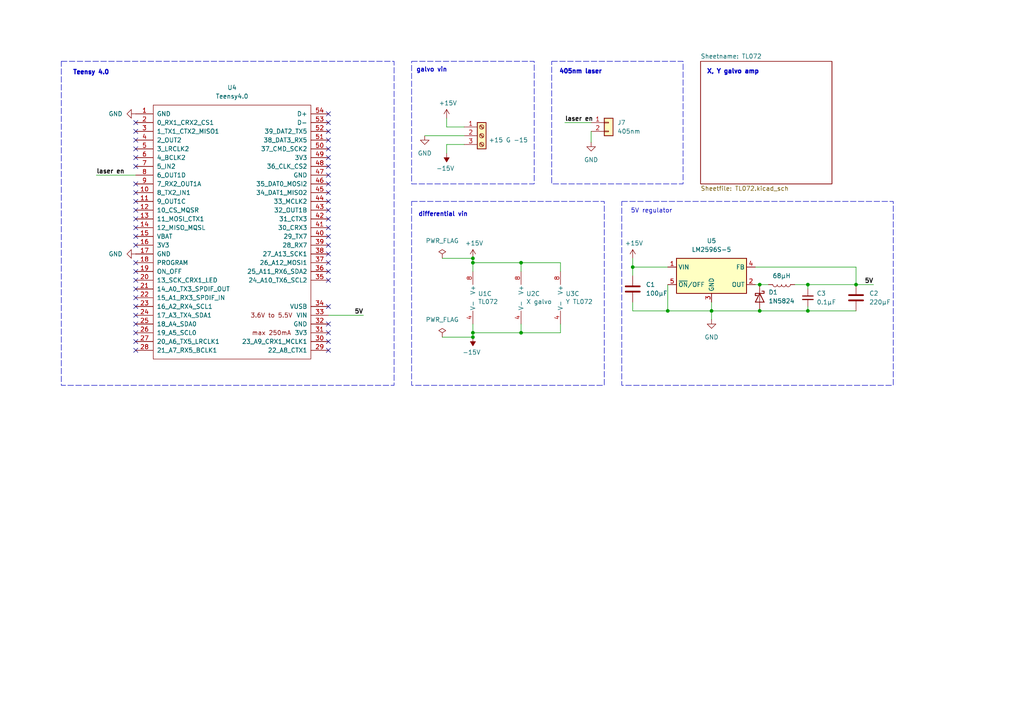
<source format=kicad_sch>
(kicad_sch
	(version 20250114)
	(generator "eeschema")
	(generator_version "9.0")
	(uuid "a482f7a8-c6b1-4177-8f46-04920beda042")
	(paper "A4")
	(lib_symbols
		(symbol "Amplifier_Operational:TL072"
			(pin_names
				(offset 0.127)
			)
			(exclude_from_sim no)
			(in_bom yes)
			(on_board yes)
			(property "Reference" "U"
				(at 0 5.08 0)
				(effects
					(font
						(size 1.27 1.27)
					)
					(justify left)
				)
			)
			(property "Value" "TL072"
				(at 0 -5.08 0)
				(effects
					(font
						(size 1.27 1.27)
					)
					(justify left)
				)
			)
			(property "Footprint" ""
				(at 0 0 0)
				(effects
					(font
						(size 1.27 1.27)
					)
					(hide yes)
				)
			)
			(property "Datasheet" "http://www.ti.com/lit/ds/symlink/tl071.pdf"
				(at 0 0 0)
				(effects
					(font
						(size 1.27 1.27)
					)
					(hide yes)
				)
			)
			(property "Description" "Dual Low-Noise JFET-Input Operational Amplifiers, DIP-8/SOIC-8"
				(at 0 0 0)
				(effects
					(font
						(size 1.27 1.27)
					)
					(hide yes)
				)
			)
			(property "ki_locked" ""
				(at 0 0 0)
				(effects
					(font
						(size 1.27 1.27)
					)
				)
			)
			(property "ki_keywords" "dual opamp"
				(at 0 0 0)
				(effects
					(font
						(size 1.27 1.27)
					)
					(hide yes)
				)
			)
			(property "ki_fp_filters" "SOIC*3.9x4.9mm*P1.27mm* DIP*W7.62mm* TO*99* OnSemi*Micro8* TSSOP*3x3mm*P0.65mm* TSSOP*4.4x3mm*P0.65mm* MSOP*3x3mm*P0.65mm* SSOP*3.9x4.9mm*P0.635mm* LFCSP*2x2mm*P0.5mm* *SIP* SOIC*5.3x6.2mm*P1.27mm*"
				(at 0 0 0)
				(effects
					(font
						(size 1.27 1.27)
					)
					(hide yes)
				)
			)
			(symbol "TL072_1_1"
				(polyline
					(pts
						(xy -5.08 5.08) (xy 5.08 0) (xy -5.08 -5.08) (xy -5.08 5.08)
					)
					(stroke
						(width 0.254)
						(type default)
					)
					(fill
						(type background)
					)
				)
				(pin input line
					(at -7.62 2.54 0)
					(length 2.54)
					(name "+"
						(effects
							(font
								(size 1.27 1.27)
							)
						)
					)
					(number "3"
						(effects
							(font
								(size 1.27 1.27)
							)
						)
					)
				)
				(pin input line
					(at -7.62 -2.54 0)
					(length 2.54)
					(name "-"
						(effects
							(font
								(size 1.27 1.27)
							)
						)
					)
					(number "2"
						(effects
							(font
								(size 1.27 1.27)
							)
						)
					)
				)
				(pin output line
					(at 7.62 0 180)
					(length 2.54)
					(name "~"
						(effects
							(font
								(size 1.27 1.27)
							)
						)
					)
					(number "1"
						(effects
							(font
								(size 1.27 1.27)
							)
						)
					)
				)
			)
			(symbol "TL072_2_1"
				(polyline
					(pts
						(xy -5.08 5.08) (xy 5.08 0) (xy -5.08 -5.08) (xy -5.08 5.08)
					)
					(stroke
						(width 0.254)
						(type default)
					)
					(fill
						(type background)
					)
				)
				(pin input line
					(at -7.62 2.54 0)
					(length 2.54)
					(name "+"
						(effects
							(font
								(size 1.27 1.27)
							)
						)
					)
					(number "5"
						(effects
							(font
								(size 1.27 1.27)
							)
						)
					)
				)
				(pin input line
					(at -7.62 -2.54 0)
					(length 2.54)
					(name "-"
						(effects
							(font
								(size 1.27 1.27)
							)
						)
					)
					(number "6"
						(effects
							(font
								(size 1.27 1.27)
							)
						)
					)
				)
				(pin output line
					(at 7.62 0 180)
					(length 2.54)
					(name "~"
						(effects
							(font
								(size 1.27 1.27)
							)
						)
					)
					(number "7"
						(effects
							(font
								(size 1.27 1.27)
							)
						)
					)
				)
			)
			(symbol "TL072_3_1"
				(pin power_in line
					(at -2.54 7.62 270)
					(length 3.81)
					(name "V+"
						(effects
							(font
								(size 1.27 1.27)
							)
						)
					)
					(number "8"
						(effects
							(font
								(size 1.27 1.27)
							)
						)
					)
				)
				(pin power_in line
					(at -2.54 -7.62 90)
					(length 3.81)
					(name "V-"
						(effects
							(font
								(size 1.27 1.27)
							)
						)
					)
					(number "4"
						(effects
							(font
								(size 1.27 1.27)
							)
						)
					)
				)
			)
			(embedded_fonts no)
		)
		(symbol "AxolotiLaser-rescue:+15V-power"
			(power)
			(pin_names
				(offset 0)
			)
			(exclude_from_sim no)
			(in_bom yes)
			(on_board yes)
			(property "Reference" "#PWR"
				(at 0 -3.81 0)
				(effects
					(font
						(size 1.27 1.27)
					)
					(hide yes)
				)
			)
			(property "Value" "power_+15V"
				(at 0 3.556 0)
				(effects
					(font
						(size 1.27 1.27)
					)
				)
			)
			(property "Footprint" ""
				(at 0 0 0)
				(effects
					(font
						(size 1.27 1.27)
					)
					(hide yes)
				)
			)
			(property "Datasheet" ""
				(at 0 0 0)
				(effects
					(font
						(size 1.27 1.27)
					)
					(hide yes)
				)
			)
			(property "Description" ""
				(at 0 0 0)
				(effects
					(font
						(size 1.27 1.27)
					)
					(hide yes)
				)
			)
			(symbol "+15V-power_0_1"
				(polyline
					(pts
						(xy -0.762 1.27) (xy 0 2.54)
					)
					(stroke
						(width 0)
						(type solid)
					)
					(fill
						(type none)
					)
				)
				(polyline
					(pts
						(xy 0 2.54) (xy 0.762 1.27)
					)
					(stroke
						(width 0)
						(type solid)
					)
					(fill
						(type none)
					)
				)
				(polyline
					(pts
						(xy 0 0) (xy 0 2.54)
					)
					(stroke
						(width 0)
						(type solid)
					)
					(fill
						(type none)
					)
				)
			)
			(symbol "+15V-power_1_1"
				(pin power_in line
					(at 0 0 90)
					(length 0)
					(hide yes)
					(name "+15V"
						(effects
							(font
								(size 1.27 1.27)
							)
						)
					)
					(number "1"
						(effects
							(font
								(size 1.27 1.27)
							)
						)
					)
				)
			)
			(embedded_fonts no)
		)
		(symbol "AxolotiLaser-rescue:-15V-power"
			(power)
			(pin_names
				(offset 0)
			)
			(exclude_from_sim no)
			(in_bom yes)
			(on_board yes)
			(property "Reference" "#PWR"
				(at 0 2.54 0)
				(effects
					(font
						(size 1.27 1.27)
					)
					(hide yes)
				)
			)
			(property "Value" "power_-15V"
				(at 0 3.81 0)
				(effects
					(font
						(size 1.27 1.27)
					)
				)
			)
			(property "Footprint" ""
				(at 0 0 0)
				(effects
					(font
						(size 1.27 1.27)
					)
					(hide yes)
				)
			)
			(property "Datasheet" ""
				(at 0 0 0)
				(effects
					(font
						(size 1.27 1.27)
					)
					(hide yes)
				)
			)
			(property "Description" ""
				(at 0 0 0)
				(effects
					(font
						(size 1.27 1.27)
					)
					(hide yes)
				)
			)
			(symbol "-15V-power_0_0"
				(pin power_in line
					(at 0 0 90)
					(length 0)
					(hide yes)
					(name "-15V"
						(effects
							(font
								(size 1.27 1.27)
							)
						)
					)
					(number "1"
						(effects
							(font
								(size 1.27 1.27)
							)
						)
					)
				)
			)
			(symbol "-15V-power_0_1"
				(polyline
					(pts
						(xy 0 0) (xy 0 1.27) (xy 0.762 1.27) (xy 0 2.54) (xy -0.762 1.27) (xy 0 1.27)
					)
					(stroke
						(width 0)
						(type solid)
					)
					(fill
						(type outline)
					)
				)
			)
			(embedded_fonts no)
		)
		(symbol "Connector:Screw_Terminal_01x03"
			(pin_names
				(offset 1.016)
				(hide yes)
			)
			(exclude_from_sim no)
			(in_bom yes)
			(on_board yes)
			(property "Reference" "J"
				(at 0 5.08 0)
				(effects
					(font
						(size 1.27 1.27)
					)
				)
			)
			(property "Value" "Screw_Terminal_01x03"
				(at 0 -5.08 0)
				(effects
					(font
						(size 1.27 1.27)
					)
				)
			)
			(property "Footprint" ""
				(at 0 0 0)
				(effects
					(font
						(size 1.27 1.27)
					)
					(hide yes)
				)
			)
			(property "Datasheet" "~"
				(at 0 0 0)
				(effects
					(font
						(size 1.27 1.27)
					)
					(hide yes)
				)
			)
			(property "Description" "Generic screw terminal, single row, 01x03, script generated (kicad-library-utils/schlib/autogen/connector/)"
				(at 0 0 0)
				(effects
					(font
						(size 1.27 1.27)
					)
					(hide yes)
				)
			)
			(property "ki_keywords" "screw terminal"
				(at 0 0 0)
				(effects
					(font
						(size 1.27 1.27)
					)
					(hide yes)
				)
			)
			(property "ki_fp_filters" "TerminalBlock*:*"
				(at 0 0 0)
				(effects
					(font
						(size 1.27 1.27)
					)
					(hide yes)
				)
			)
			(symbol "Screw_Terminal_01x03_1_1"
				(rectangle
					(start -1.27 3.81)
					(end 1.27 -3.81)
					(stroke
						(width 0.254)
						(type default)
					)
					(fill
						(type background)
					)
				)
				(polyline
					(pts
						(xy -0.5334 2.8702) (xy 0.3302 2.032)
					)
					(stroke
						(width 0.1524)
						(type default)
					)
					(fill
						(type none)
					)
				)
				(polyline
					(pts
						(xy -0.5334 0.3302) (xy 0.3302 -0.508)
					)
					(stroke
						(width 0.1524)
						(type default)
					)
					(fill
						(type none)
					)
				)
				(polyline
					(pts
						(xy -0.5334 -2.2098) (xy 0.3302 -3.048)
					)
					(stroke
						(width 0.1524)
						(type default)
					)
					(fill
						(type none)
					)
				)
				(polyline
					(pts
						(xy -0.3556 3.048) (xy 0.508 2.2098)
					)
					(stroke
						(width 0.1524)
						(type default)
					)
					(fill
						(type none)
					)
				)
				(polyline
					(pts
						(xy -0.3556 0.508) (xy 0.508 -0.3302)
					)
					(stroke
						(width 0.1524)
						(type default)
					)
					(fill
						(type none)
					)
				)
				(polyline
					(pts
						(xy -0.3556 -2.032) (xy 0.508 -2.8702)
					)
					(stroke
						(width 0.1524)
						(type default)
					)
					(fill
						(type none)
					)
				)
				(circle
					(center 0 2.54)
					(radius 0.635)
					(stroke
						(width 0.1524)
						(type default)
					)
					(fill
						(type none)
					)
				)
				(circle
					(center 0 0)
					(radius 0.635)
					(stroke
						(width 0.1524)
						(type default)
					)
					(fill
						(type none)
					)
				)
				(circle
					(center 0 -2.54)
					(radius 0.635)
					(stroke
						(width 0.1524)
						(type default)
					)
					(fill
						(type none)
					)
				)
				(pin passive line
					(at -5.08 2.54 0)
					(length 3.81)
					(name "Pin_1"
						(effects
							(font
								(size 1.27 1.27)
							)
						)
					)
					(number "1"
						(effects
							(font
								(size 1.27 1.27)
							)
						)
					)
				)
				(pin passive line
					(at -5.08 0 0)
					(length 3.81)
					(name "Pin_2"
						(effects
							(font
								(size 1.27 1.27)
							)
						)
					)
					(number "2"
						(effects
							(font
								(size 1.27 1.27)
							)
						)
					)
				)
				(pin passive line
					(at -5.08 -2.54 0)
					(length 3.81)
					(name "Pin_3"
						(effects
							(font
								(size 1.27 1.27)
							)
						)
					)
					(number "3"
						(effects
							(font
								(size 1.27 1.27)
							)
						)
					)
				)
			)
			(embedded_fonts no)
		)
		(symbol "Connector_Generic:Conn_01x02"
			(pin_names
				(offset 1.016)
				(hide yes)
			)
			(exclude_from_sim no)
			(in_bom yes)
			(on_board yes)
			(property "Reference" "J"
				(at 0 2.54 0)
				(effects
					(font
						(size 1.27 1.27)
					)
				)
			)
			(property "Value" "Conn_01x02"
				(at 0 -5.08 0)
				(effects
					(font
						(size 1.27 1.27)
					)
				)
			)
			(property "Footprint" ""
				(at 0 0 0)
				(effects
					(font
						(size 1.27 1.27)
					)
					(hide yes)
				)
			)
			(property "Datasheet" "~"
				(at 0 0 0)
				(effects
					(font
						(size 1.27 1.27)
					)
					(hide yes)
				)
			)
			(property "Description" "Generic connector, single row, 01x02, script generated (kicad-library-utils/schlib/autogen/connector/)"
				(at 0 0 0)
				(effects
					(font
						(size 1.27 1.27)
					)
					(hide yes)
				)
			)
			(property "ki_keywords" "connector"
				(at 0 0 0)
				(effects
					(font
						(size 1.27 1.27)
					)
					(hide yes)
				)
			)
			(property "ki_fp_filters" "Connector*:*_1x??_*"
				(at 0 0 0)
				(effects
					(font
						(size 1.27 1.27)
					)
					(hide yes)
				)
			)
			(symbol "Conn_01x02_1_1"
				(rectangle
					(start -1.27 1.27)
					(end 1.27 -3.81)
					(stroke
						(width 0.254)
						(type default)
					)
					(fill
						(type background)
					)
				)
				(rectangle
					(start -1.27 0.127)
					(end 0 -0.127)
					(stroke
						(width 0.1524)
						(type default)
					)
					(fill
						(type none)
					)
				)
				(rectangle
					(start -1.27 -2.413)
					(end 0 -2.667)
					(stroke
						(width 0.1524)
						(type default)
					)
					(fill
						(type none)
					)
				)
				(pin passive line
					(at -5.08 0 0)
					(length 3.81)
					(name "Pin_1"
						(effects
							(font
								(size 1.27 1.27)
							)
						)
					)
					(number "1"
						(effects
							(font
								(size 1.27 1.27)
							)
						)
					)
				)
				(pin passive line
					(at -5.08 -2.54 0)
					(length 3.81)
					(name "Pin_2"
						(effects
							(font
								(size 1.27 1.27)
							)
						)
					)
					(number "2"
						(effects
							(font
								(size 1.27 1.27)
							)
						)
					)
				)
			)
			(embedded_fonts no)
		)
		(symbol "Device:C"
			(pin_numbers
				(hide yes)
			)
			(pin_names
				(offset 0.254)
			)
			(exclude_from_sim no)
			(in_bom yes)
			(on_board yes)
			(property "Reference" "C"
				(at 0.635 2.54 0)
				(effects
					(font
						(size 1.27 1.27)
					)
					(justify left)
				)
			)
			(property "Value" "C"
				(at 0.635 -2.54 0)
				(effects
					(font
						(size 1.27 1.27)
					)
					(justify left)
				)
			)
			(property "Footprint" ""
				(at 0.9652 -3.81 0)
				(effects
					(font
						(size 1.27 1.27)
					)
					(hide yes)
				)
			)
			(property "Datasheet" "~"
				(at 0 0 0)
				(effects
					(font
						(size 1.27 1.27)
					)
					(hide yes)
				)
			)
			(property "Description" "Unpolarized capacitor"
				(at 0 0 0)
				(effects
					(font
						(size 1.27 1.27)
					)
					(hide yes)
				)
			)
			(property "ki_keywords" "cap capacitor"
				(at 0 0 0)
				(effects
					(font
						(size 1.27 1.27)
					)
					(hide yes)
				)
			)
			(property "ki_fp_filters" "C_*"
				(at 0 0 0)
				(effects
					(font
						(size 1.27 1.27)
					)
					(hide yes)
				)
			)
			(symbol "C_0_1"
				(polyline
					(pts
						(xy -2.032 0.762) (xy 2.032 0.762)
					)
					(stroke
						(width 0.508)
						(type default)
					)
					(fill
						(type none)
					)
				)
				(polyline
					(pts
						(xy -2.032 -0.762) (xy 2.032 -0.762)
					)
					(stroke
						(width 0.508)
						(type default)
					)
					(fill
						(type none)
					)
				)
			)
			(symbol "C_1_1"
				(pin passive line
					(at 0 3.81 270)
					(length 2.794)
					(name "~"
						(effects
							(font
								(size 1.27 1.27)
							)
						)
					)
					(number "1"
						(effects
							(font
								(size 1.27 1.27)
							)
						)
					)
				)
				(pin passive line
					(at 0 -3.81 90)
					(length 2.794)
					(name "~"
						(effects
							(font
								(size 1.27 1.27)
							)
						)
					)
					(number "2"
						(effects
							(font
								(size 1.27 1.27)
							)
						)
					)
				)
			)
			(embedded_fonts no)
		)
		(symbol "Device:C_Small"
			(pin_numbers
				(hide yes)
			)
			(pin_names
				(offset 0.254)
				(hide yes)
			)
			(exclude_from_sim no)
			(in_bom yes)
			(on_board yes)
			(property "Reference" "C"
				(at 0.254 1.778 0)
				(effects
					(font
						(size 1.27 1.27)
					)
					(justify left)
				)
			)
			(property "Value" "C_Small"
				(at 0.254 -2.032 0)
				(effects
					(font
						(size 1.27 1.27)
					)
					(justify left)
				)
			)
			(property "Footprint" ""
				(at 0 0 0)
				(effects
					(font
						(size 1.27 1.27)
					)
					(hide yes)
				)
			)
			(property "Datasheet" "~"
				(at 0 0 0)
				(effects
					(font
						(size 1.27 1.27)
					)
					(hide yes)
				)
			)
			(property "Description" "Unpolarized capacitor, small symbol"
				(at 0 0 0)
				(effects
					(font
						(size 1.27 1.27)
					)
					(hide yes)
				)
			)
			(property "ki_keywords" "capacitor cap"
				(at 0 0 0)
				(effects
					(font
						(size 1.27 1.27)
					)
					(hide yes)
				)
			)
			(property "ki_fp_filters" "C_*"
				(at 0 0 0)
				(effects
					(font
						(size 1.27 1.27)
					)
					(hide yes)
				)
			)
			(symbol "C_Small_0_1"
				(polyline
					(pts
						(xy -1.524 0.508) (xy 1.524 0.508)
					)
					(stroke
						(width 0.3048)
						(type default)
					)
					(fill
						(type none)
					)
				)
				(polyline
					(pts
						(xy -1.524 -0.508) (xy 1.524 -0.508)
					)
					(stroke
						(width 0.3302)
						(type default)
					)
					(fill
						(type none)
					)
				)
			)
			(symbol "C_Small_1_1"
				(pin passive line
					(at 0 2.54 270)
					(length 2.032)
					(name "~"
						(effects
							(font
								(size 1.27 1.27)
							)
						)
					)
					(number "1"
						(effects
							(font
								(size 1.27 1.27)
							)
						)
					)
				)
				(pin passive line
					(at 0 -2.54 90)
					(length 2.032)
					(name "~"
						(effects
							(font
								(size 1.27 1.27)
							)
						)
					)
					(number "2"
						(effects
							(font
								(size 1.27 1.27)
							)
						)
					)
				)
			)
			(embedded_fonts no)
		)
		(symbol "Device:D_Schottky"
			(pin_numbers
				(hide yes)
			)
			(pin_names
				(offset 1.016)
				(hide yes)
			)
			(exclude_from_sim no)
			(in_bom yes)
			(on_board yes)
			(property "Reference" "D"
				(at 0 2.54 0)
				(effects
					(font
						(size 1.27 1.27)
					)
				)
			)
			(property "Value" "D_Schottky"
				(at 0 -2.54 0)
				(effects
					(font
						(size 1.27 1.27)
					)
				)
			)
			(property "Footprint" ""
				(at 0 0 0)
				(effects
					(font
						(size 1.27 1.27)
					)
					(hide yes)
				)
			)
			(property "Datasheet" "~"
				(at 0 0 0)
				(effects
					(font
						(size 1.27 1.27)
					)
					(hide yes)
				)
			)
			(property "Description" "Schottky diode"
				(at 0 0 0)
				(effects
					(font
						(size 1.27 1.27)
					)
					(hide yes)
				)
			)
			(property "ki_keywords" "diode Schottky"
				(at 0 0 0)
				(effects
					(font
						(size 1.27 1.27)
					)
					(hide yes)
				)
			)
			(property "ki_fp_filters" "TO-???* *_Diode_* *SingleDiode* D_*"
				(at 0 0 0)
				(effects
					(font
						(size 1.27 1.27)
					)
					(hide yes)
				)
			)
			(symbol "D_Schottky_0_1"
				(polyline
					(pts
						(xy -1.905 0.635) (xy -1.905 1.27) (xy -1.27 1.27) (xy -1.27 -1.27) (xy -0.635 -1.27) (xy -0.635 -0.635)
					)
					(stroke
						(width 0.254)
						(type default)
					)
					(fill
						(type none)
					)
				)
				(polyline
					(pts
						(xy 1.27 1.27) (xy 1.27 -1.27) (xy -1.27 0) (xy 1.27 1.27)
					)
					(stroke
						(width 0.254)
						(type default)
					)
					(fill
						(type none)
					)
				)
				(polyline
					(pts
						(xy 1.27 0) (xy -1.27 0)
					)
					(stroke
						(width 0)
						(type default)
					)
					(fill
						(type none)
					)
				)
			)
			(symbol "D_Schottky_1_1"
				(pin passive line
					(at -3.81 0 0)
					(length 2.54)
					(name "K"
						(effects
							(font
								(size 1.27 1.27)
							)
						)
					)
					(number "1"
						(effects
							(font
								(size 1.27 1.27)
							)
						)
					)
				)
				(pin passive line
					(at 3.81 0 180)
					(length 2.54)
					(name "A"
						(effects
							(font
								(size 1.27 1.27)
							)
						)
					)
					(number "2"
						(effects
							(font
								(size 1.27 1.27)
							)
						)
					)
				)
			)
			(embedded_fonts no)
		)
		(symbol "Device:L"
			(pin_numbers
				(hide yes)
			)
			(pin_names
				(offset 1.016)
				(hide yes)
			)
			(exclude_from_sim no)
			(in_bom yes)
			(on_board yes)
			(property "Reference" "L"
				(at -1.27 0 90)
				(effects
					(font
						(size 1.27 1.27)
					)
				)
			)
			(property "Value" "L"
				(at 1.905 0 90)
				(effects
					(font
						(size 1.27 1.27)
					)
				)
			)
			(property "Footprint" ""
				(at 0 0 0)
				(effects
					(font
						(size 1.27 1.27)
					)
					(hide yes)
				)
			)
			(property "Datasheet" "~"
				(at 0 0 0)
				(effects
					(font
						(size 1.27 1.27)
					)
					(hide yes)
				)
			)
			(property "Description" "Inductor"
				(at 0 0 0)
				(effects
					(font
						(size 1.27 1.27)
					)
					(hide yes)
				)
			)
			(property "ki_keywords" "inductor choke coil reactor magnetic"
				(at 0 0 0)
				(effects
					(font
						(size 1.27 1.27)
					)
					(hide yes)
				)
			)
			(property "ki_fp_filters" "Choke_* *Coil* Inductor_* L_*"
				(at 0 0 0)
				(effects
					(font
						(size 1.27 1.27)
					)
					(hide yes)
				)
			)
			(symbol "L_0_1"
				(arc
					(start 0 2.54)
					(mid 0.6323 1.905)
					(end 0 1.27)
					(stroke
						(width 0)
						(type default)
					)
					(fill
						(type none)
					)
				)
				(arc
					(start 0 1.27)
					(mid 0.6323 0.635)
					(end 0 0)
					(stroke
						(width 0)
						(type default)
					)
					(fill
						(type none)
					)
				)
				(arc
					(start 0 0)
					(mid 0.6323 -0.635)
					(end 0 -1.27)
					(stroke
						(width 0)
						(type default)
					)
					(fill
						(type none)
					)
				)
				(arc
					(start 0 -1.27)
					(mid 0.6323 -1.905)
					(end 0 -2.54)
					(stroke
						(width 0)
						(type default)
					)
					(fill
						(type none)
					)
				)
			)
			(symbol "L_1_1"
				(pin passive line
					(at 0 3.81 270)
					(length 1.27)
					(name "1"
						(effects
							(font
								(size 1.27 1.27)
							)
						)
					)
					(number "1"
						(effects
							(font
								(size 1.27 1.27)
							)
						)
					)
				)
				(pin passive line
					(at 0 -3.81 90)
					(length 1.27)
					(name "2"
						(effects
							(font
								(size 1.27 1.27)
							)
						)
					)
					(number "2"
						(effects
							(font
								(size 1.27 1.27)
							)
						)
					)
				)
			)
			(embedded_fonts no)
		)
		(symbol "Regulator_Switching:LM2596S-5"
			(exclude_from_sim no)
			(in_bom yes)
			(on_board yes)
			(property "Reference" "U"
				(at -10.16 6.35 0)
				(effects
					(font
						(size 1.27 1.27)
					)
					(justify left)
				)
			)
			(property "Value" "LM2596S-5"
				(at 0 6.35 0)
				(effects
					(font
						(size 1.27 1.27)
					)
					(justify left)
				)
			)
			(property "Footprint" "Package_TO_SOT_SMD:TO-263-5_TabPin3"
				(at 1.27 -6.35 0)
				(effects
					(font
						(size 1.27 1.27)
						(italic yes)
					)
					(justify left)
					(hide yes)
				)
			)
			(property "Datasheet" "http://www.ti.com/lit/ds/symlink/lm2596.pdf"
				(at 0 0 0)
				(effects
					(font
						(size 1.27 1.27)
					)
					(hide yes)
				)
			)
			(property "Description" "5V 3A Step-Down Voltage Regulator, TO-263"
				(at 0 0 0)
				(effects
					(font
						(size 1.27 1.27)
					)
					(hide yes)
				)
			)
			(property "ki_keywords" "Step-Down Voltage Regulator 5V 3A"
				(at 0 0 0)
				(effects
					(font
						(size 1.27 1.27)
					)
					(hide yes)
				)
			)
			(property "ki_fp_filters" "TO?263*"
				(at 0 0 0)
				(effects
					(font
						(size 1.27 1.27)
					)
					(hide yes)
				)
			)
			(symbol "LM2596S-5_0_1"
				(rectangle
					(start -10.16 5.08)
					(end 10.16 -5.08)
					(stroke
						(width 0.254)
						(type default)
					)
					(fill
						(type background)
					)
				)
			)
			(symbol "LM2596S-5_1_1"
				(pin power_in line
					(at -12.7 2.54 0)
					(length 2.54)
					(name "VIN"
						(effects
							(font
								(size 1.27 1.27)
							)
						)
					)
					(number "1"
						(effects
							(font
								(size 1.27 1.27)
							)
						)
					)
				)
				(pin input line
					(at -12.7 -2.54 0)
					(length 2.54)
					(name "~{ON}/OFF"
						(effects
							(font
								(size 1.27 1.27)
							)
						)
					)
					(number "5"
						(effects
							(font
								(size 1.27 1.27)
							)
						)
					)
				)
				(pin power_in line
					(at 0 -7.62 90)
					(length 2.54)
					(name "GND"
						(effects
							(font
								(size 1.27 1.27)
							)
						)
					)
					(number "3"
						(effects
							(font
								(size 1.27 1.27)
							)
						)
					)
				)
				(pin input line
					(at 12.7 2.54 180)
					(length 2.54)
					(name "FB"
						(effects
							(font
								(size 1.27 1.27)
							)
						)
					)
					(number "4"
						(effects
							(font
								(size 1.27 1.27)
							)
						)
					)
				)
				(pin output line
					(at 12.7 -2.54 180)
					(length 2.54)
					(name "OUT"
						(effects
							(font
								(size 1.27 1.27)
							)
						)
					)
					(number "2"
						(effects
							(font
								(size 1.27 1.27)
							)
						)
					)
				)
			)
			(embedded_fonts no)
		)
		(symbol "power:GND"
			(power)
			(pin_numbers
				(hide yes)
			)
			(pin_names
				(offset 0)
				(hide yes)
			)
			(exclude_from_sim no)
			(in_bom yes)
			(on_board yes)
			(property "Reference" "#PWR"
				(at 0 -6.35 0)
				(effects
					(font
						(size 1.27 1.27)
					)
					(hide yes)
				)
			)
			(property "Value" "GND"
				(at 0 -3.81 0)
				(effects
					(font
						(size 1.27 1.27)
					)
				)
			)
			(property "Footprint" ""
				(at 0 0 0)
				(effects
					(font
						(size 1.27 1.27)
					)
					(hide yes)
				)
			)
			(property "Datasheet" ""
				(at 0 0 0)
				(effects
					(font
						(size 1.27 1.27)
					)
					(hide yes)
				)
			)
			(property "Description" "Power symbol creates a global label with name \"GND\" , ground"
				(at 0 0 0)
				(effects
					(font
						(size 1.27 1.27)
					)
					(hide yes)
				)
			)
			(property "ki_keywords" "global power"
				(at 0 0 0)
				(effects
					(font
						(size 1.27 1.27)
					)
					(hide yes)
				)
			)
			(symbol "GND_0_1"
				(polyline
					(pts
						(xy 0 0) (xy 0 -1.27) (xy 1.27 -1.27) (xy 0 -2.54) (xy -1.27 -1.27) (xy 0 -1.27)
					)
					(stroke
						(width 0)
						(type default)
					)
					(fill
						(type none)
					)
				)
			)
			(symbol "GND_1_1"
				(pin power_in line
					(at 0 0 270)
					(length 0)
					(name "~"
						(effects
							(font
								(size 1.27 1.27)
							)
						)
					)
					(number "1"
						(effects
							(font
								(size 1.27 1.27)
							)
						)
					)
				)
			)
			(embedded_fonts no)
		)
		(symbol "power:PWR_FLAG"
			(power)
			(pin_numbers
				(hide yes)
			)
			(pin_names
				(offset 0)
				(hide yes)
			)
			(exclude_from_sim no)
			(in_bom yes)
			(on_board yes)
			(property "Reference" "#FLG"
				(at 0 1.905 0)
				(effects
					(font
						(size 1.27 1.27)
					)
					(hide yes)
				)
			)
			(property "Value" "PWR_FLAG"
				(at 0 3.81 0)
				(effects
					(font
						(size 1.27 1.27)
					)
				)
			)
			(property "Footprint" ""
				(at 0 0 0)
				(effects
					(font
						(size 1.27 1.27)
					)
					(hide yes)
				)
			)
			(property "Datasheet" "~"
				(at 0 0 0)
				(effects
					(font
						(size 1.27 1.27)
					)
					(hide yes)
				)
			)
			(property "Description" "Special symbol for telling ERC where power comes from"
				(at 0 0 0)
				(effects
					(font
						(size 1.27 1.27)
					)
					(hide yes)
				)
			)
			(property "ki_keywords" "flag power"
				(at 0 0 0)
				(effects
					(font
						(size 1.27 1.27)
					)
					(hide yes)
				)
			)
			(symbol "PWR_FLAG_0_0"
				(pin power_out line
					(at 0 0 90)
					(length 0)
					(name "~"
						(effects
							(font
								(size 1.27 1.27)
							)
						)
					)
					(number "1"
						(effects
							(font
								(size 1.27 1.27)
							)
						)
					)
				)
			)
			(symbol "PWR_FLAG_0_1"
				(polyline
					(pts
						(xy 0 0) (xy 0 1.27) (xy -1.016 1.905) (xy 0 2.54) (xy 1.016 1.905) (xy 0 1.27)
					)
					(stroke
						(width 0)
						(type default)
					)
					(fill
						(type none)
					)
				)
			)
			(embedded_fonts no)
		)
		(symbol "teensy:Teensy4.0"
			(pin_names
				(offset 1.016)
			)
			(exclude_from_sim no)
			(in_bom yes)
			(on_board yes)
			(property "Reference" "U"
				(at 0 39.37 0)
				(effects
					(font
						(size 1.27 1.27)
					)
				)
			)
			(property "Value" "Teensy4.0"
				(at 0 -39.37 0)
				(effects
					(font
						(size 1.27 1.27)
					)
				)
			)
			(property "Footprint" ""
				(at -10.16 5.08 0)
				(effects
					(font
						(size 1.27 1.27)
					)
					(hide yes)
				)
			)
			(property "Datasheet" ""
				(at -10.16 5.08 0)
				(effects
					(font
						(size 1.27 1.27)
					)
					(hide yes)
				)
			)
			(property "Description" ""
				(at 0 0 0)
				(effects
					(font
						(size 1.27 1.27)
					)
					(hide yes)
				)
			)
			(symbol "Teensy4.0_0_0"
				(text "3.6V to 5.5V"
					(at 11.43 -24.13 0)
					(effects
						(font
							(size 1.27 1.27)
						)
					)
				)
				(text "max 250mA"
					(at 11.43 -29.21 0)
					(effects
						(font
							(size 1.27 1.27)
						)
					)
				)
				(pin bidirectional line
					(at -27.94 24.13 0)
					(length 5.08)
					(name "3_LRCLK2"
						(effects
							(font
								(size 1.27 1.27)
							)
						)
					)
					(number "5"
						(effects
							(font
								(size 1.27 1.27)
							)
						)
					)
				)
				(pin bidirectional line
					(at -27.94 21.59 0)
					(length 5.08)
					(name "4_BCLK2"
						(effects
							(font
								(size 1.27 1.27)
							)
						)
					)
					(number "6"
						(effects
							(font
								(size 1.27 1.27)
							)
						)
					)
				)
				(pin bidirectional line
					(at -27.94 19.05 0)
					(length 5.08)
					(name "5_IN2"
						(effects
							(font
								(size 1.27 1.27)
							)
						)
					)
					(number "7"
						(effects
							(font
								(size 1.27 1.27)
							)
						)
					)
				)
				(pin bidirectional line
					(at -27.94 16.51 0)
					(length 5.08)
					(name "6_OUT1D"
						(effects
							(font
								(size 1.27 1.27)
							)
						)
					)
					(number "8"
						(effects
							(font
								(size 1.27 1.27)
							)
						)
					)
				)
				(pin bidirectional line
					(at -27.94 13.97 0)
					(length 5.08)
					(name "7_RX2_OUT1A"
						(effects
							(font
								(size 1.27 1.27)
							)
						)
					)
					(number "9"
						(effects
							(font
								(size 1.27 1.27)
							)
						)
					)
				)
				(pin bidirectional line
					(at -27.94 11.43 0)
					(length 5.08)
					(name "8_TX2_IN1"
						(effects
							(font
								(size 1.27 1.27)
							)
						)
					)
					(number "10"
						(effects
							(font
								(size 1.27 1.27)
							)
						)
					)
				)
				(pin bidirectional line
					(at -27.94 8.89 0)
					(length 5.08)
					(name "9_OUT1C"
						(effects
							(font
								(size 1.27 1.27)
							)
						)
					)
					(number "11"
						(effects
							(font
								(size 1.27 1.27)
							)
						)
					)
				)
				(pin bidirectional line
					(at -27.94 6.35 0)
					(length 5.08)
					(name "10_CS_MQSR"
						(effects
							(font
								(size 1.27 1.27)
							)
						)
					)
					(number "12"
						(effects
							(font
								(size 1.27 1.27)
							)
						)
					)
				)
				(pin bidirectional line
					(at -27.94 3.81 0)
					(length 5.08)
					(name "11_MOSI_CTX1"
						(effects
							(font
								(size 1.27 1.27)
							)
						)
					)
					(number "13"
						(effects
							(font
								(size 1.27 1.27)
							)
						)
					)
				)
				(pin bidirectional line
					(at -27.94 1.27 0)
					(length 5.08)
					(name "12_MISO_MQSL"
						(effects
							(font
								(size 1.27 1.27)
							)
						)
					)
					(number "14"
						(effects
							(font
								(size 1.27 1.27)
							)
						)
					)
				)
				(pin power_in line
					(at -27.94 -1.27 0)
					(length 5.08)
					(name "VBAT"
						(effects
							(font
								(size 1.27 1.27)
							)
						)
					)
					(number "15"
						(effects
							(font
								(size 1.27 1.27)
							)
						)
					)
				)
				(pin power_in line
					(at -27.94 -3.81 0)
					(length 5.08)
					(name "3V3"
						(effects
							(font
								(size 1.27 1.27)
							)
						)
					)
					(number "16"
						(effects
							(font
								(size 1.27 1.27)
							)
						)
					)
				)
				(pin power_in line
					(at -27.94 -6.35 0)
					(length 5.08)
					(name "GND"
						(effects
							(font
								(size 1.27 1.27)
							)
						)
					)
					(number "17"
						(effects
							(font
								(size 1.27 1.27)
							)
						)
					)
				)
				(pin input line
					(at -27.94 -8.89 0)
					(length 5.08)
					(name "PROGRAM"
						(effects
							(font
								(size 1.27 1.27)
							)
						)
					)
					(number "18"
						(effects
							(font
								(size 1.27 1.27)
							)
						)
					)
				)
				(pin input line
					(at -27.94 -11.43 0)
					(length 5.08)
					(name "ON_OFF"
						(effects
							(font
								(size 1.27 1.27)
							)
						)
					)
					(number "19"
						(effects
							(font
								(size 1.27 1.27)
							)
						)
					)
				)
				(pin bidirectional line
					(at -27.94 -13.97 0)
					(length 5.08)
					(name "13_SCK_CRX1_LED"
						(effects
							(font
								(size 1.27 1.27)
							)
						)
					)
					(number "20"
						(effects
							(font
								(size 1.27 1.27)
							)
						)
					)
				)
				(pin bidirectional line
					(at -27.94 -16.51 0)
					(length 5.08)
					(name "14_A0_TX3_SPDIF_OUT"
						(effects
							(font
								(size 1.27 1.27)
							)
						)
					)
					(number "21"
						(effects
							(font
								(size 1.27 1.27)
							)
						)
					)
				)
				(pin bidirectional line
					(at -27.94 -19.05 0)
					(length 5.08)
					(name "15_A1_RX3_SPDIF_IN"
						(effects
							(font
								(size 1.27 1.27)
							)
						)
					)
					(number "22"
						(effects
							(font
								(size 1.27 1.27)
							)
						)
					)
				)
				(pin bidirectional line
					(at -27.94 -21.59 0)
					(length 5.08)
					(name "16_A2_RX4_SCL1"
						(effects
							(font
								(size 1.27 1.27)
							)
						)
					)
					(number "23"
						(effects
							(font
								(size 1.27 1.27)
							)
						)
					)
				)
				(pin bidirectional line
					(at -27.94 -24.13 0)
					(length 5.08)
					(name "17_A3_TX4_SDA1"
						(effects
							(font
								(size 1.27 1.27)
							)
						)
					)
					(number "24"
						(effects
							(font
								(size 1.27 1.27)
							)
						)
					)
				)
				(pin bidirectional line
					(at -27.94 -26.67 0)
					(length 5.08)
					(name "18_A4_SDA0"
						(effects
							(font
								(size 1.27 1.27)
							)
						)
					)
					(number "25"
						(effects
							(font
								(size 1.27 1.27)
							)
						)
					)
				)
				(pin bidirectional line
					(at -27.94 -29.21 0)
					(length 5.08)
					(name "19_A5_SCL0"
						(effects
							(font
								(size 1.27 1.27)
							)
						)
					)
					(number "26"
						(effects
							(font
								(size 1.27 1.27)
							)
						)
					)
				)
				(pin bidirectional line
					(at -27.94 -31.75 0)
					(length 5.08)
					(name "20_A6_TX5_LRCLK1"
						(effects
							(font
								(size 1.27 1.27)
							)
						)
					)
					(number "27"
						(effects
							(font
								(size 1.27 1.27)
							)
						)
					)
				)
				(pin bidirectional line
					(at -27.94 -34.29 0)
					(length 5.08)
					(name "21_A7_RX5_BCLK1"
						(effects
							(font
								(size 1.27 1.27)
							)
						)
					)
					(number "28"
						(effects
							(font
								(size 1.27 1.27)
							)
						)
					)
				)
				(pin bidirectional line
					(at 27.94 34.29 180)
					(length 5.08)
					(name "D+"
						(effects
							(font
								(size 1.27 1.27)
							)
						)
					)
					(number "54"
						(effects
							(font
								(size 1.27 1.27)
							)
						)
					)
				)
				(pin bidirectional line
					(at 27.94 31.75 180)
					(length 5.08)
					(name "D-"
						(effects
							(font
								(size 1.27 1.27)
							)
						)
					)
					(number "53"
						(effects
							(font
								(size 1.27 1.27)
							)
						)
					)
				)
				(pin bidirectional line
					(at 27.94 29.21 180)
					(length 5.08)
					(name "39_DAT2_TX5"
						(effects
							(font
								(size 1.27 1.27)
							)
						)
					)
					(number "52"
						(effects
							(font
								(size 1.27 1.27)
							)
						)
					)
				)
				(pin bidirectional line
					(at 27.94 26.67 180)
					(length 5.08)
					(name "38_DAT3_RX5"
						(effects
							(font
								(size 1.27 1.27)
							)
						)
					)
					(number "51"
						(effects
							(font
								(size 1.27 1.27)
							)
						)
					)
				)
				(pin bidirectional line
					(at 27.94 24.13 180)
					(length 5.08)
					(name "37_CMD_SCK2"
						(effects
							(font
								(size 1.27 1.27)
							)
						)
					)
					(number "50"
						(effects
							(font
								(size 1.27 1.27)
							)
						)
					)
				)
				(pin power_out line
					(at 27.94 21.59 180)
					(length 5.08)
					(name "3V3"
						(effects
							(font
								(size 1.27 1.27)
							)
						)
					)
					(number "49"
						(effects
							(font
								(size 1.27 1.27)
							)
						)
					)
				)
				(pin bidirectional line
					(at 27.94 19.05 180)
					(length 5.08)
					(name "36_CLK_CS2"
						(effects
							(font
								(size 1.27 1.27)
							)
						)
					)
					(number "48"
						(effects
							(font
								(size 1.27 1.27)
							)
						)
					)
				)
				(pin power_out line
					(at 27.94 16.51 180)
					(length 5.08)
					(name "GND"
						(effects
							(font
								(size 1.27 1.27)
							)
						)
					)
					(number "47"
						(effects
							(font
								(size 1.27 1.27)
							)
						)
					)
				)
				(pin bidirectional line
					(at 27.94 13.97 180)
					(length 5.08)
					(name "35_DAT0_MOSI2"
						(effects
							(font
								(size 1.27 1.27)
							)
						)
					)
					(number "46"
						(effects
							(font
								(size 1.27 1.27)
							)
						)
					)
				)
				(pin bidirectional line
					(at 27.94 11.43 180)
					(length 5.08)
					(name "34_DAT1_MISO2"
						(effects
							(font
								(size 1.27 1.27)
							)
						)
					)
					(number "45"
						(effects
							(font
								(size 1.27 1.27)
							)
						)
					)
				)
				(pin bidirectional line
					(at 27.94 8.89 180)
					(length 5.08)
					(name "33_MCLK2"
						(effects
							(font
								(size 1.27 1.27)
							)
						)
					)
					(number "44"
						(effects
							(font
								(size 1.27 1.27)
							)
						)
					)
				)
				(pin bidirectional line
					(at 27.94 6.35 180)
					(length 5.08)
					(name "32_OUT1B"
						(effects
							(font
								(size 1.27 1.27)
							)
						)
					)
					(number "43"
						(effects
							(font
								(size 1.27 1.27)
							)
						)
					)
				)
				(pin bidirectional line
					(at 27.94 3.81 180)
					(length 5.08)
					(name "31_CTX3"
						(effects
							(font
								(size 1.27 1.27)
							)
						)
					)
					(number "42"
						(effects
							(font
								(size 1.27 1.27)
							)
						)
					)
				)
				(pin bidirectional line
					(at 27.94 1.27 180)
					(length 5.08)
					(name "30_CRX3"
						(effects
							(font
								(size 1.27 1.27)
							)
						)
					)
					(number "41"
						(effects
							(font
								(size 1.27 1.27)
							)
						)
					)
				)
				(pin bidirectional line
					(at 27.94 -1.27 180)
					(length 5.08)
					(name "29_TX7"
						(effects
							(font
								(size 1.27 1.27)
							)
						)
					)
					(number "40"
						(effects
							(font
								(size 1.27 1.27)
							)
						)
					)
				)
				(pin bidirectional line
					(at 27.94 -3.81 180)
					(length 5.08)
					(name "28_RX7"
						(effects
							(font
								(size 1.27 1.27)
							)
						)
					)
					(number "39"
						(effects
							(font
								(size 1.27 1.27)
							)
						)
					)
				)
				(pin bidirectional line
					(at 27.94 -6.35 180)
					(length 5.08)
					(name "27_A13_SCK1"
						(effects
							(font
								(size 1.27 1.27)
							)
						)
					)
					(number "38"
						(effects
							(font
								(size 1.27 1.27)
							)
						)
					)
				)
				(pin bidirectional line
					(at 27.94 -8.89 180)
					(length 5.08)
					(name "26_A12_MOSI1"
						(effects
							(font
								(size 1.27 1.27)
							)
						)
					)
					(number "37"
						(effects
							(font
								(size 1.27 1.27)
							)
						)
					)
				)
				(pin bidirectional line
					(at 27.94 -11.43 180)
					(length 5.08)
					(name "25_A11_RX6_SDA2"
						(effects
							(font
								(size 1.27 1.27)
							)
						)
					)
					(number "36"
						(effects
							(font
								(size 1.27 1.27)
							)
						)
					)
				)
				(pin bidirectional line
					(at 27.94 -13.97 180)
					(length 5.08)
					(name "24_A10_TX6_SCL2"
						(effects
							(font
								(size 1.27 1.27)
							)
						)
					)
					(number "35"
						(effects
							(font
								(size 1.27 1.27)
							)
						)
					)
				)
				(pin power_out line
					(at 27.94 -21.59 180)
					(length 5.08)
					(name "VUSB"
						(effects
							(font
								(size 1.27 1.27)
							)
						)
					)
					(number "34"
						(effects
							(font
								(size 1.27 1.27)
							)
						)
					)
				)
				(pin power_in line
					(at 27.94 -24.13 180)
					(length 5.08)
					(name "VIN"
						(effects
							(font
								(size 1.27 1.27)
							)
						)
					)
					(number "33"
						(effects
							(font
								(size 1.27 1.27)
							)
						)
					)
				)
				(pin power_in line
					(at 27.94 -26.67 180)
					(length 5.08)
					(name "GND"
						(effects
							(font
								(size 1.27 1.27)
							)
						)
					)
					(number "32"
						(effects
							(font
								(size 1.27 1.27)
							)
						)
					)
				)
				(pin power_out line
					(at 27.94 -29.21 180)
					(length 5.08)
					(name "3V3"
						(effects
							(font
								(size 1.27 1.27)
							)
						)
					)
					(number "31"
						(effects
							(font
								(size 1.27 1.27)
							)
						)
					)
				)
				(pin bidirectional line
					(at 27.94 -31.75 180)
					(length 5.08)
					(name "23_A9_CRX1_MCLK1"
						(effects
							(font
								(size 1.27 1.27)
							)
						)
					)
					(number "30"
						(effects
							(font
								(size 1.27 1.27)
							)
						)
					)
				)
				(pin bidirectional line
					(at 27.94 -34.29 180)
					(length 5.08)
					(name "22_A8_CTX1"
						(effects
							(font
								(size 1.27 1.27)
							)
						)
					)
					(number "29"
						(effects
							(font
								(size 1.27 1.27)
							)
						)
					)
				)
			)
			(symbol "Teensy4.0_0_1"
				(rectangle
					(start -22.86 36.83)
					(end 22.86 -36.83)
					(stroke
						(width 0)
						(type solid)
					)
					(fill
						(type none)
					)
				)
				(rectangle
					(start -20.32 -31.75)
					(end -20.32 -31.75)
					(stroke
						(width 0)
						(type solid)
					)
					(fill
						(type none)
					)
				)
			)
			(symbol "Teensy4.0_1_1"
				(pin power_in line
					(at -27.94 34.29 0)
					(length 5.08)
					(name "GND"
						(effects
							(font
								(size 1.27 1.27)
							)
						)
					)
					(number "1"
						(effects
							(font
								(size 1.27 1.27)
							)
						)
					)
				)
				(pin bidirectional line
					(at -27.94 31.75 0)
					(length 5.08)
					(name "0_RX1_CRX2_CS1"
						(effects
							(font
								(size 1.27 1.27)
							)
						)
					)
					(number "2"
						(effects
							(font
								(size 1.27 1.27)
							)
						)
					)
				)
				(pin bidirectional line
					(at -27.94 29.21 0)
					(length 5.08)
					(name "1_TX1_CTX2_MISO1"
						(effects
							(font
								(size 1.27 1.27)
							)
						)
					)
					(number "3"
						(effects
							(font
								(size 1.27 1.27)
							)
						)
					)
				)
				(pin bidirectional line
					(at -27.94 26.67 0)
					(length 5.08)
					(name "2_OUT2"
						(effects
							(font
								(size 1.27 1.27)
							)
						)
					)
					(number "4"
						(effects
							(font
								(size 1.27 1.27)
							)
						)
					)
				)
			)
			(embedded_fonts no)
		)
	)
	(rectangle
		(start 119.38 58.42)
		(end 175.26 111.76)
		(stroke
			(width 0)
			(type dash)
		)
		(fill
			(type none)
		)
		(uuid 5207a46d-657e-42cf-bf44-8b201f2ad6b9)
	)
	(rectangle
		(start 160.02 17.78)
		(end 198.12 53.34)
		(stroke
			(width 0)
			(type dash)
		)
		(fill
			(type none)
		)
		(uuid 9de59399-4191-4cba-97f8-13eccc602c30)
	)
	(rectangle
		(start 17.78 17.78)
		(end 114.3 111.76)
		(stroke
			(width 0)
			(type dash)
		)
		(fill
			(type none)
		)
		(uuid a310e95a-73c8-418c-a0ee-aa75673b9258)
	)
	(rectangle
		(start 119.38 17.78)
		(end 154.94 53.34)
		(stroke
			(width 0)
			(type dash)
		)
		(fill
			(type none)
		)
		(uuid bf4ba5b2-aaa3-421f-a2ff-91d374fb7bdb)
	)
	(rectangle
		(start 180.34 58.42)
		(end 259.08 111.76)
		(stroke
			(width 0)
			(type dash)
		)
		(fill
			(type none)
		)
		(uuid cd655081-d888-4b30-be5f-eff9601f6525)
	)
	(text "X, Y galvo amp"
		(exclude_from_sim no)
		(at 212.598 20.828 0)
		(effects
			(font
				(size 1.27 1.27)
				(thickness 0.508)
				(bold yes)
			)
		)
		(uuid "0dfe26de-acad-4d4a-b831-ded331c0b642")
	)
	(text "5V regulator"
		(exclude_from_sim no)
		(at 188.976 61.214 0)
		(effects
			(font
				(size 1.27 1.27)
			)
		)
		(uuid "52337045-e82d-4c5c-98c5-6ddd42da2900")
	)
	(text "405nm laser"
		(exclude_from_sim no)
		(at 168.402 20.828 0)
		(effects
			(font
				(size 1.27 1.27)
				(thickness 0.508)
				(bold yes)
			)
		)
		(uuid "5dc04a1e-7ded-405d-bca6-658cf0152938")
	)
	(text "Teensy 4.0\n"
		(exclude_from_sim no)
		(at 26.416 21.082 0)
		(effects
			(font
				(size 1.27 1.27)
				(thickness 0.508)
				(bold yes)
			)
		)
		(uuid "768c3964-5b9b-462d-bdfc-c8db3007c798")
	)
	(text "galvo vin"
		(exclude_from_sim no)
		(at 125.222 20.32 0)
		(effects
			(font
				(size 1.27 1.27)
				(thickness 0.254)
				(bold yes)
			)
		)
		(uuid "a6939829-e5c5-49ed-b54a-cc1f76c9c4cd")
	)
	(text "differential vin"
		(exclude_from_sim no)
		(at 128.524 62.23 0)
		(effects
			(font
				(size 1.27 1.27)
				(bold yes)
			)
		)
		(uuid "ae48c26e-e845-4697-8e10-1343eab7655b")
	)
	(junction
		(at 137.16 97.79)
		(diameter 0)
		(color 0 0 0 0)
		(uuid "179512a8-05b2-4fe9-afec-1673a1e02f60")
	)
	(junction
		(at 193.675 90.17)
		(diameter 0)
		(color 0 0 0 0)
		(uuid "2173ebbc-3053-4c4d-a8e8-4b53eba4bd66")
	)
	(junction
		(at 220.345 90.17)
		(diameter 0)
		(color 0 0 0 0)
		(uuid "2377f1cd-ca68-4350-96ce-8e451fd72f0d")
	)
	(junction
		(at 151.13 76.2)
		(diameter 0)
		(color 0 0 0 0)
		(uuid "46f87f80-45ba-4d2e-9c6a-ebe8242f5e8a")
	)
	(junction
		(at 234.315 82.55)
		(diameter 0)
		(color 0 0 0 0)
		(uuid "5dbd6c24-f8cc-496f-9543-8d3811502716")
	)
	(junction
		(at 151.13 96.52)
		(diameter 0)
		(color 0 0 0 0)
		(uuid "6cc774d9-1cca-4902-bc05-b7fca73ad0ac")
	)
	(junction
		(at 234.315 90.17)
		(diameter 0)
		(color 0 0 0 0)
		(uuid "75c3fd8e-3882-4e42-ba37-e03b0372ed9b")
	)
	(junction
		(at 248.285 82.55)
		(diameter 0)
		(color 0 0 0 0)
		(uuid "92c7ca0e-e897-4a4a-8979-d6d07ad53c3e")
	)
	(junction
		(at 206.375 90.17)
		(diameter 0)
		(color 0 0 0 0)
		(uuid "af4ab86a-3c6c-4ccf-8acc-fa6ce3494d14")
	)
	(junction
		(at 220.345 82.55)
		(diameter 0)
		(color 0 0 0 0)
		(uuid "b333dd71-e402-41ce-8869-b613950cccf8")
	)
	(junction
		(at 183.515 77.47)
		(diameter 0)
		(color 0 0 0 0)
		(uuid "bc07b51b-b8da-4b95-9094-ebd284542bce")
	)
	(junction
		(at 137.16 74.93)
		(diameter 0)
		(color 0 0 0 0)
		(uuid "bfe555d4-9e30-4803-87e6-3d0842d81df4")
	)
	(junction
		(at 137.16 96.52)
		(diameter 0)
		(color 0 0 0 0)
		(uuid "c8823714-0cd5-4c80-8598-6f73a666a8d2")
	)
	(junction
		(at 137.16 76.2)
		(diameter 0)
		(color 0 0 0 0)
		(uuid "cfc1b8a5-ac4b-4e37-892e-71803b7e1597")
	)
	(no_connect
		(at 95.25 63.5)
		(uuid "04644006-950d-479f-8f8a-3986d2e1dc3b")
	)
	(no_connect
		(at 95.25 68.58)
		(uuid "07b12377-2c27-4316-8ba8-e28dcd4623fc")
	)
	(no_connect
		(at 39.37 88.9)
		(uuid "0d21c961-92e1-412f-8313-c01cbe77e91c")
	)
	(no_connect
		(at 39.37 53.34)
		(uuid "0f0c6ea0-17a4-4fae-8590-f9571f4ee10e")
	)
	(no_connect
		(at 39.37 91.44)
		(uuid "11e9b5eb-b8c9-4af3-8d42-e022b9ed372e")
	)
	(no_connect
		(at 95.25 78.74)
		(uuid "146a49f5-997b-4596-bec5-f0172fcd2cda")
	)
	(no_connect
		(at 95.25 96.52)
		(uuid "1de28c91-6e1a-486a-b78b-d6876f276a34")
	)
	(no_connect
		(at 39.37 48.26)
		(uuid "260df2a5-e8fe-4298-89bb-ac462d127ccc")
	)
	(no_connect
		(at 95.25 99.06)
		(uuid "300593be-9aeb-46ed-b097-56fe745ac538")
	)
	(no_connect
		(at 95.25 55.88)
		(uuid "3b3fd2c2-7189-42d4-ad29-c8e0e191ae21")
	)
	(no_connect
		(at 39.37 96.52)
		(uuid "3c8f477d-a830-4c63-9f48-561453f9e2c5")
	)
	(no_connect
		(at 95.25 66.04)
		(uuid "3fd97aab-b452-4e53-8ed5-a071640bdaac")
	)
	(no_connect
		(at 95.25 73.66)
		(uuid "41890d12-fedb-4afd-bdf1-dff542d2633f")
	)
	(no_connect
		(at 95.25 48.26)
		(uuid "4a549b14-0f20-4bd7-910c-3ad02eef815c")
	)
	(no_connect
		(at 95.25 53.34)
		(uuid "4c76a91a-1831-46d0-9a47-e0dbe098df5b")
	)
	(no_connect
		(at 95.25 71.12)
		(uuid "5193d511-cc17-4218-aa4d-6a319feecde8")
	)
	(no_connect
		(at 95.25 43.18)
		(uuid "57319a70-bfb5-46f4-9c38-a393c49b588b")
	)
	(no_connect
		(at 39.37 86.36)
		(uuid "5916c792-8c96-4950-a8b6-6615d236971e")
	)
	(no_connect
		(at 39.37 101.6)
		(uuid "5c5e6e53-0c9f-455a-9bf2-ad1203fc1b22")
	)
	(no_connect
		(at 95.25 38.1)
		(uuid "607d9f8e-3675-4591-9df6-43c18227db0b")
	)
	(no_connect
		(at 95.25 93.98)
		(uuid "78eb0b87-57a1-4432-bc79-5125f81cfa9c")
	)
	(no_connect
		(at 95.25 40.64)
		(uuid "7a54190b-eec6-408d-94f5-1d3864e83ce9")
	)
	(no_connect
		(at 95.25 81.28)
		(uuid "7ac0f051-acda-4a81-ae96-e10741a69ae7")
	)
	(no_connect
		(at 95.25 35.56)
		(uuid "83144055-dd1d-4296-8d78-c35ec9115636")
	)
	(no_connect
		(at 95.25 76.2)
		(uuid "83e4c052-5b19-4570-bfd3-b22faf8ff0cb")
	)
	(no_connect
		(at 39.37 99.06)
		(uuid "8b2f4421-2732-4a90-9d9a-3c1cec7c977f")
	)
	(no_connect
		(at 39.37 76.2)
		(uuid "8df8e8d3-1d11-4104-be09-1ba1056f8a17")
	)
	(no_connect
		(at 39.37 66.04)
		(uuid "93b9afb7-ff7e-4bf9-8c26-d9a4ad70c640")
	)
	(no_connect
		(at 39.37 45.72)
		(uuid "9a83043c-770b-4b0c-882a-60140a367d2e")
	)
	(no_connect
		(at 39.37 93.98)
		(uuid "9ee940da-b8d9-4726-af98-21a0f68e91df")
	)
	(no_connect
		(at 39.37 78.74)
		(uuid "9ffb0195-791d-4729-afe5-eedd82790cd3")
	)
	(no_connect
		(at 95.25 101.6)
		(uuid "a77c2298-ee0b-424b-ba40-39db1212b70a")
	)
	(no_connect
		(at 95.25 50.8)
		(uuid "b5fbad4f-059b-421b-a523-dd92576718b8")
	)
	(no_connect
		(at 39.37 63.5)
		(uuid "b865955a-d4db-48be-ad67-e2b3c87350f1")
	)
	(no_connect
		(at 95.25 58.42)
		(uuid "ba1b7b23-9bc2-4f85-b7eb-11a26e6c800c")
	)
	(no_connect
		(at 39.37 35.56)
		(uuid "bb74ef5c-78f4-4e78-b58f-ec53a49e2368")
	)
	(no_connect
		(at 39.37 43.18)
		(uuid "bc9aa819-8c38-4095-9def-85a2c695faa1")
	)
	(no_connect
		(at 95.25 88.9)
		(uuid "bdeff290-af5d-4c25-a1be-47a5eacde4f7")
	)
	(no_connect
		(at 39.37 68.58)
		(uuid "c56d3aeb-91d6-48bb-bbe7-ffbbcebf8830")
	)
	(no_connect
		(at 95.25 45.72)
		(uuid "c5978446-d478-43aa-9183-c92e1a4add0a")
	)
	(no_connect
		(at 95.25 60.96)
		(uuid "cbd62836-9881-4eb5-9713-3479674026a9")
	)
	(no_connect
		(at 39.37 55.88)
		(uuid "d056fdff-8232-403b-8e1f-600c677409fa")
	)
	(no_connect
		(at 39.37 83.82)
		(uuid "d812620c-8f33-47f9-8b8b-66584454a2a3")
	)
	(no_connect
		(at 39.37 38.1)
		(uuid "db394ac1-baec-4a26-954e-8b2044586f6b")
	)
	(no_connect
		(at 39.37 81.28)
		(uuid "dd5fccff-76dd-49d5-a5a1-18bbd45f56d5")
	)
	(no_connect
		(at 39.37 40.64)
		(uuid "e5c3a11f-db39-4faa-9eec-2a7de571ed9d")
	)
	(no_connect
		(at 39.37 71.12)
		(uuid "e8ed417e-cc95-4275-b771-617db03148c1")
	)
	(no_connect
		(at 39.37 60.96)
		(uuid "ef7c3219-cbab-4dab-b7e0-810574a05c71")
	)
	(no_connect
		(at 95.25 33.02)
		(uuid "f79e2b2e-8ae9-407d-8e22-f5ea4a45b72b")
	)
	(no_connect
		(at 39.37 58.42)
		(uuid "fd25dccc-cd1d-4369-8ac6-49d3eb043215")
	)
	(wire
		(pts
			(xy 137.16 96.52) (xy 151.13 96.52)
		)
		(stroke
			(width 0)
			(type default)
		)
		(uuid "03659909-72b9-465c-9767-d60e2299daa4")
	)
	(wire
		(pts
			(xy 137.16 93.98) (xy 137.16 96.52)
		)
		(stroke
			(width 0)
			(type default)
		)
		(uuid "099aa5d2-95b7-4356-b2b5-660bbe04dd4b")
	)
	(wire
		(pts
			(xy 183.515 77.47) (xy 193.675 77.47)
		)
		(stroke
			(width 0)
			(type default)
		)
		(uuid "19d6fe2d-d145-409f-8c10-19136cf700ab")
	)
	(wire
		(pts
			(xy 137.16 74.93) (xy 137.16 76.2)
		)
		(stroke
			(width 0)
			(type default)
		)
		(uuid "19ed120c-4f7c-40dc-b19e-fd3982d9dcf7")
	)
	(wire
		(pts
			(xy 230.505 82.55) (xy 234.315 82.55)
		)
		(stroke
			(width 0)
			(type default)
		)
		(uuid "1a1bf584-e5cd-4235-b24f-4fd00ad076cf")
	)
	(wire
		(pts
			(xy 134.62 39.37) (xy 123.19 39.37)
		)
		(stroke
			(width 0)
			(type default)
		)
		(uuid "2237cc86-96c9-49c8-9bdb-bbfda8af34e9")
	)
	(wire
		(pts
			(xy 129.54 41.91) (xy 129.54 44.45)
		)
		(stroke
			(width 0)
			(type default)
		)
		(uuid "2f5c6cf5-26d8-4564-beb5-daf64a2c7e7a")
	)
	(wire
		(pts
			(xy 137.16 76.2) (xy 137.16 78.74)
		)
		(stroke
			(width 0)
			(type default)
		)
		(uuid "30a2db0c-d9e5-445b-8ed6-e2e8864129dd")
	)
	(wire
		(pts
			(xy 220.345 90.17) (xy 234.315 90.17)
		)
		(stroke
			(width 0)
			(type default)
		)
		(uuid "311d2fb3-bc4a-47b8-8eba-48b850b4851b")
	)
	(wire
		(pts
			(xy 234.315 82.55) (xy 248.285 82.55)
		)
		(stroke
			(width 0)
			(type default)
		)
		(uuid "31b89206-3618-4395-ac48-10089b4215fa")
	)
	(wire
		(pts
			(xy 206.375 90.17) (xy 220.345 90.17)
		)
		(stroke
			(width 0)
			(type default)
		)
		(uuid "37fcb6a3-08eb-4dc2-bb80-38dc7651e9e4")
	)
	(wire
		(pts
			(xy 206.375 92.71) (xy 206.375 90.17)
		)
		(stroke
			(width 0)
			(type default)
		)
		(uuid "39a36d38-2370-484f-8c74-e231f193d21c")
	)
	(wire
		(pts
			(xy 234.315 82.55) (xy 234.315 83.82)
		)
		(stroke
			(width 0)
			(type default)
		)
		(uuid "3e622a76-8f75-4016-871d-a6fca4012e61")
	)
	(wire
		(pts
			(xy 134.62 41.91) (xy 129.54 41.91)
		)
		(stroke
			(width 0)
			(type default)
		)
		(uuid "4467f6b7-b67c-4afc-9d8f-ff2d6e8c21b8")
	)
	(wire
		(pts
			(xy 234.315 90.17) (xy 248.285 90.17)
		)
		(stroke
			(width 0)
			(type default)
		)
		(uuid "4a796b1e-bb9b-4356-b7db-d6adbf335dc8")
	)
	(wire
		(pts
			(xy 183.515 90.17) (xy 193.675 90.17)
		)
		(stroke
			(width 0)
			(type default)
		)
		(uuid "4b69296d-5d11-4a68-98c0-d49ac5283882")
	)
	(wire
		(pts
			(xy 137.16 76.2) (xy 151.13 76.2)
		)
		(stroke
			(width 0)
			(type default)
		)
		(uuid "4fcef96e-4cc3-48b8-a438-44d4df0438a2")
	)
	(wire
		(pts
			(xy 183.515 74.93) (xy 183.515 77.47)
		)
		(stroke
			(width 0)
			(type default)
		)
		(uuid "516bffa7-4a2e-4b63-9bb2-8f6ac52f29a4")
	)
	(wire
		(pts
			(xy 193.675 90.17) (xy 206.375 90.17)
		)
		(stroke
			(width 0)
			(type default)
		)
		(uuid "529258a0-328e-4a5d-95a1-5f72efb6ec16")
	)
	(wire
		(pts
			(xy 248.285 82.55) (xy 253.365 82.55)
		)
		(stroke
			(width 0)
			(type default)
		)
		(uuid "6217ab27-36de-4a4f-905a-fd409cfa231e")
	)
	(wire
		(pts
			(xy 151.13 76.2) (xy 151.13 78.74)
		)
		(stroke
			(width 0)
			(type default)
		)
		(uuid "64a8c820-e495-4ca7-9aef-525734a5a8e5")
	)
	(wire
		(pts
			(xy 151.13 96.52) (xy 151.13 93.98)
		)
		(stroke
			(width 0)
			(type default)
		)
		(uuid "6bd0986d-d6a3-471e-a389-c0fa49b13a66")
	)
	(wire
		(pts
			(xy 248.285 77.47) (xy 248.285 82.55)
		)
		(stroke
			(width 0)
			(type default)
		)
		(uuid "6eca0122-e2c7-43c2-a383-cc90e2914430")
	)
	(wire
		(pts
			(xy 220.345 82.55) (xy 222.885 82.55)
		)
		(stroke
			(width 0)
			(type default)
		)
		(uuid "716924f9-88f2-438b-9d71-a25e44bcc270")
	)
	(wire
		(pts
			(xy 95.25 91.44) (xy 105.41 91.44)
		)
		(stroke
			(width 0)
			(type default)
		)
		(uuid "7e04fa09-3fcc-4191-a4a8-a3a1269ce126")
	)
	(wire
		(pts
			(xy 162.56 96.52) (xy 162.56 93.98)
		)
		(stroke
			(width 0)
			(type default)
		)
		(uuid "7f490a2a-f39f-4847-bca8-7034fea7f56d")
	)
	(wire
		(pts
			(xy 129.54 36.83) (xy 129.54 34.29)
		)
		(stroke
			(width 0)
			(type default)
		)
		(uuid "86709363-86bf-43ed-bbba-62328aa99ead")
	)
	(wire
		(pts
			(xy 151.13 96.52) (xy 162.56 96.52)
		)
		(stroke
			(width 0)
			(type default)
		)
		(uuid "8dd1967b-4d07-4437-91dc-2ee3fbfc15b6")
	)
	(wire
		(pts
			(xy 234.315 88.9) (xy 234.315 90.17)
		)
		(stroke
			(width 0)
			(type default)
		)
		(uuid "8e6b516f-2b9c-47d2-add9-ee1f77c73f11")
	)
	(wire
		(pts
			(xy 183.515 90.17) (xy 183.515 87.63)
		)
		(stroke
			(width 0)
			(type default)
		)
		(uuid "9c6307c3-b6ac-46e8-adff-b385beb6e5b1")
	)
	(wire
		(pts
			(xy 162.56 76.2) (xy 162.56 78.74)
		)
		(stroke
			(width 0)
			(type default)
		)
		(uuid "9f0bbae9-2335-480a-960a-8bb65ad5dd72")
	)
	(wire
		(pts
			(xy 151.13 76.2) (xy 162.56 76.2)
		)
		(stroke
			(width 0)
			(type default)
		)
		(uuid "ae9e387a-0c58-4060-97ba-0b63278d9f65")
	)
	(wire
		(pts
			(xy 171.45 38.1) (xy 171.45 41.275)
		)
		(stroke
			(width 0)
			(type default)
		)
		(uuid "bd0cc6dc-df34-4efa-aa62-538ae896ace5")
	)
	(wire
		(pts
			(xy 183.515 77.47) (xy 183.515 80.01)
		)
		(stroke
			(width 0)
			(type default)
		)
		(uuid "c45a1091-0826-452e-baca-8142d5ecbbe7")
	)
	(wire
		(pts
			(xy 219.075 82.55) (xy 220.345 82.55)
		)
		(stroke
			(width 0)
			(type default)
		)
		(uuid "cb286271-3d1f-47d7-81b7-fffcf7125f33")
	)
	(wire
		(pts
			(xy 128.27 97.79) (xy 137.16 97.79)
		)
		(stroke
			(width 0)
			(type default)
		)
		(uuid "cc1d6410-0dea-47d5-9781-a403de9aabf8")
	)
	(wire
		(pts
			(xy 129.54 36.83) (xy 134.62 36.83)
		)
		(stroke
			(width 0)
			(type default)
		)
		(uuid "d187336e-3e64-4bc3-98c4-9feb52adefd9")
	)
	(wire
		(pts
			(xy 206.375 90.17) (xy 206.375 87.63)
		)
		(stroke
			(width 0)
			(type default)
		)
		(uuid "d1ca0aa6-1838-43e6-a392-f8809e0781f9")
	)
	(wire
		(pts
			(xy 219.075 77.47) (xy 248.285 77.47)
		)
		(stroke
			(width 0)
			(type default)
		)
		(uuid "d29acac1-687a-4a00-9955-e4b29e399317")
	)
	(wire
		(pts
			(xy 137.16 96.52) (xy 137.16 97.79)
		)
		(stroke
			(width 0)
			(type default)
		)
		(uuid "d370dee8-d9a6-412b-9863-5c3230ee4c11")
	)
	(wire
		(pts
			(xy 193.675 82.55) (xy 193.675 90.17)
		)
		(stroke
			(width 0)
			(type default)
		)
		(uuid "d720ecc7-4b86-414b-ac3a-df83214990c4")
	)
	(wire
		(pts
			(xy 163.83 35.56) (xy 171.45 35.56)
		)
		(stroke
			(width 0)
			(type default)
		)
		(uuid "e4bf29aa-1e2d-41dc-bbde-2d954d703dc8")
	)
	(wire
		(pts
			(xy 27.94 50.8) (xy 39.37 50.8)
		)
		(stroke
			(width 0)
			(type default)
		)
		(uuid "ebc71113-9961-4b7f-bafc-2b198abf583d")
	)
	(wire
		(pts
			(xy 128.27 74.93) (xy 137.16 74.93)
		)
		(stroke
			(width 0)
			(type default)
		)
		(uuid "eee69415-4233-44c5-8e10-a7e0bdd3cd42")
	)
	(label "5V"
		(at 253.365 82.55 180)
		(effects
			(font
				(size 1.27 1.27)
				(bold yes)
			)
			(justify right bottom)
		)
		(uuid "3a9847fc-7256-4bbf-a0ef-00453e0a606e")
	)
	(label "laser en"
		(at 163.83 35.56 0)
		(effects
			(font
				(size 1.27 1.27)
				(bold yes)
			)
			(justify left bottom)
		)
		(uuid "6571f311-33c0-4863-8fab-c1eb8adb9d51")
	)
	(label "5V"
		(at 105.41 91.44 180)
		(effects
			(font
				(size 1.27 1.27)
				(bold yes)
			)
			(justify right bottom)
		)
		(uuid "d4ac8898-20aa-4af3-bba4-d6cefb5065ed")
	)
	(label "laser en"
		(at 27.94 50.8 0)
		(effects
			(font
				(size 1.27 1.27)
				(bold yes)
			)
			(justify left bottom)
		)
		(uuid "e8de8671-bd4c-4de5-8758-9d76f7b0b377")
	)
	(symbol
		(lib_id "teensy:Teensy4.0")
		(at 67.31 67.31 0)
		(unit 1)
		(exclude_from_sim no)
		(in_bom yes)
		(on_board yes)
		(dnp no)
		(fields_autoplaced yes)
		(uuid "0683fae4-8323-402f-b90c-ae76783ffda9")
		(property "Reference" "U4"
			(at 67.31 25.4 0)
			(effects
				(font
					(size 1.27 1.27)
				)
			)
		)
		(property "Value" "Teensy4.0"
			(at 67.31 27.94 0)
			(effects
				(font
					(size 1.27 1.27)
				)
			)
		)
		(property "Footprint" "teensy.pretty-master:Teensy40"
			(at 57.15 62.23 0)
			(effects
				(font
					(size 1.27 1.27)
				)
				(hide yes)
			)
		)
		(property "Datasheet" ""
			(at 57.15 62.23 0)
			(effects
				(font
					(size 1.27 1.27)
				)
				(hide yes)
			)
		)
		(property "Description" ""
			(at 67.31 67.31 0)
			(effects
				(font
					(size 1.27 1.27)
				)
				(hide yes)
			)
		)
		(pin "26"
			(uuid "90c3119e-23fc-4be3-845a-1df77a8e7673")
		)
		(pin "13"
			(uuid "58ce732c-fc93-4e71-8358-03e27d31d418")
		)
		(pin "1"
			(uuid "29da62ba-df8f-4340-aade-e42e60e8d803")
		)
		(pin "2"
			(uuid "b636a33e-2ddc-4198-b67b-310b5a7e1da0")
		)
		(pin "48"
			(uuid "e6bd1fee-3e95-4399-80c1-d06d50614f38")
		)
		(pin "49"
			(uuid "1d0bee82-d981-43b8-bb2c-f0acd4da2529")
		)
		(pin "29"
			(uuid "b74956ce-859c-479a-9985-9a836c8ee13f")
		)
		(pin "3"
			(uuid "c68ff301-6a3d-4558-90e7-0d6367b5161d")
		)
		(pin "4"
			(uuid "3a4cd37e-6266-4497-ba86-ef7b8a897a38")
		)
		(pin "27"
			(uuid "698bd812-43be-4079-abe3-9ae76ecddff8")
		)
		(pin "46"
			(uuid "9a3f76e8-6f65-481a-b4eb-24c2d879022e")
		)
		(pin "47"
			(uuid "a32ea7da-e567-4cdb-9518-093aa27aca41")
		)
		(pin "42"
			(uuid "4d92ea0c-f168-4e7c-8a95-68fd4a769e6a")
		)
		(pin "43"
			(uuid "a011b1cb-4853-450a-84ef-74417d3142ac")
		)
		(pin "51"
			(uuid "2041363e-2d72-40ac-acf5-7df5892dd5e3")
		)
		(pin "52"
			(uuid "8d75a535-57de-4f6b-bb7e-df772f7de6c1")
		)
		(pin "10"
			(uuid "3e795126-d13c-4a91-9757-983ab54fcd92")
		)
		(pin "14"
			(uuid "d43c9f06-5a06-46a4-8a76-95b1ffafe73a")
		)
		(pin "30"
			(uuid "b139cc93-4ace-4c55-a004-02db45e3b296")
		)
		(pin "15"
			(uuid "fa5fe404-0f52-43b8-9f9c-88600d5d663d")
		)
		(pin "44"
			(uuid "8940e577-85dd-4431-967f-a1860bc56771")
		)
		(pin "45"
			(uuid "4c08ef9b-c8d1-42bf-af3c-25a6c4b643e9")
		)
		(pin "5"
			(uuid "afc6dafa-0fc2-417b-b47f-56cdea0a923a")
		)
		(pin "50"
			(uuid "9b587d74-0399-43cd-8585-d825c08e26f8")
		)
		(pin "31"
			(uuid "f567a4c0-5962-49fe-9b1e-ed2e9cdcdc5b")
		)
		(pin "28"
			(uuid "fbc76140-2496-4e6a-98af-3424667d6cc3")
		)
		(pin "21"
			(uuid "a6dbdec8-5222-4364-9537-12b6d8c3117e")
		)
		(pin "18"
			(uuid "0816a4ca-ef58-46cb-8dfe-9fb8abc661c1")
		)
		(pin "6"
			(uuid "c1dab26e-8417-4005-8006-726911d327b2")
		)
		(pin "7"
			(uuid "3f281e8a-a528-4e2e-92ef-4b7692592daa")
		)
		(pin "24"
			(uuid "f2aa83c4-04e0-4a82-9db3-0fb9ab591ef4")
		)
		(pin "11"
			(uuid "1a8813a0-e8ab-4b03-80ce-75b1b01ed77e")
		)
		(pin "25"
			(uuid "2ef54bd2-8628-434b-aaa9-0f02e2598bf5")
		)
		(pin "38"
			(uuid "1624b967-26d1-495d-98fe-1f168c7c75f8")
		)
		(pin "39"
			(uuid "69de9ae6-ccd9-459a-ba71-e91f8c23ea13")
		)
		(pin "19"
			(uuid "b1b23eba-a35a-4e79-adf3-1fa243fd5300")
		)
		(pin "22"
			(uuid "24552f7c-5000-4373-9306-ac698b29acb9")
		)
		(pin "20"
			(uuid "4f1f825d-ddaf-429c-a7af-e77787571150")
		)
		(pin "40"
			(uuid "6ca16843-09c9-406f-bed3-a93d2b9d2caa")
		)
		(pin "41"
			(uuid "505f28e2-e280-48cf-a31e-b258e20fd1de")
		)
		(pin "23"
			(uuid "c32853e7-b5cf-4eda-ad18-07fd2f6aa83b")
		)
		(pin "12"
			(uuid "b0e8e211-e973-4040-ab25-c2d924c237ba")
		)
		(pin "34"
			(uuid "8c03393d-f596-491d-ae5c-faa4a13c71ff")
		)
		(pin "35"
			(uuid "1fc40c45-571b-4207-8a39-aaa99a7565fa")
		)
		(pin "32"
			(uuid "562b9cc4-d442-4950-8995-87ce4eb1a77a")
		)
		(pin "33"
			(uuid "032bebc7-962a-4cd9-88c0-da888438dd53")
		)
		(pin "17"
			(uuid "50a541e4-975c-4b8f-b598-9967725ca7dc")
		)
		(pin "8"
			(uuid "3099d85f-d1e7-4486-b8f6-c9c3cfb4c56b")
		)
		(pin "9"
			(uuid "c0bd25d6-0374-48c5-8f35-ed0d4f569cb6")
		)
		(pin "53"
			(uuid "06b19756-6a77-499e-9aca-5c6cc4bd5010")
		)
		(pin "54"
			(uuid "de3897f6-198a-4914-b938-55f766540649")
		)
		(pin "36"
			(uuid "95cf0552-1061-4926-aae2-67a1c2e09bf1")
		)
		(pin "37"
			(uuid "7f6193b8-0f69-4d61-abb8-9e47107be11a")
		)
		(pin "16"
			(uuid "1db1f5f6-8200-434b-97da-e0b6621556f6")
		)
		(instances
			(project ""
				(path "/a482f7a8-c6b1-4177-8f46-04920beda042"
					(reference "U4")
					(unit 1)
				)
			)
		)
	)
	(symbol
		(lib_id "Connector:Screw_Terminal_01x03")
		(at 139.7 39.37 0)
		(unit 1)
		(exclude_from_sim no)
		(in_bom yes)
		(on_board yes)
		(dnp no)
		(uuid "098bd8f0-3cb4-4de4-9dbf-eb528b5817dc")
		(property "Reference" "J1"
			(at 141.732 38.3032 0)
			(effects
				(font
					(size 1.27 1.27)
				)
				(justify left)
				(hide yes)
			)
		)
		(property "Value" "+15 G -15"
			(at 141.732 40.6146 0)
			(effects
				(font
					(size 1.27 1.27)
				)
				(justify left)
			)
		)
		(property "Footprint" "Connector_Molex:Molex_KK-254_AE-6410-03A_1x03_P2.54mm_Vertical"
			(at 139.7 39.37 0)
			(effects
				(font
					(size 1.27 1.27)
				)
				(hide yes)
			)
		)
		(property "Datasheet" "~"
			(at 139.7 39.37 0)
			(effects
				(font
					(size 1.27 1.27)
				)
				(hide yes)
			)
		)
		(property "Description" ""
			(at 139.7 39.37 0)
			(effects
				(font
					(size 1.27 1.27)
				)
				(hide yes)
			)
		)
		(pin "1"
			(uuid "f947e5e0-7af5-4643-8d4e-7bbea9348997")
		)
		(pin "2"
			(uuid "ce1fc446-594a-44ed-bb40-3950c6877329")
		)
		(pin "3"
			(uuid "d64648cc-b20d-452a-bf05-a4fde5c32945")
		)
		(instances
			(project "teensy 4.1 laser"
				(path "/a482f7a8-c6b1-4177-8f46-04920beda042"
					(reference "J1")
					(unit 1)
				)
			)
		)
	)
	(symbol
		(lib_id "power:GND")
		(at 171.45 41.275 0)
		(unit 1)
		(exclude_from_sim no)
		(in_bom yes)
		(on_board yes)
		(dnp no)
		(fields_autoplaced yes)
		(uuid "1306233d-6986-46c1-8a5e-82b45a80f168")
		(property "Reference" "#PWR012"
			(at 171.45 47.625 0)
			(effects
				(font
					(size 1.27 1.27)
				)
				(hide yes)
			)
		)
		(property "Value" "GND"
			(at 171.45 46.355 0)
			(effects
				(font
					(size 1.27 1.27)
				)
			)
		)
		(property "Footprint" ""
			(at 171.45 41.275 0)
			(effects
				(font
					(size 1.27 1.27)
				)
				(hide yes)
			)
		)
		(property "Datasheet" ""
			(at 171.45 41.275 0)
			(effects
				(font
					(size 1.27 1.27)
				)
				(hide yes)
			)
		)
		(property "Description" "Power symbol creates a global label with name \"GND\" , ground"
			(at 171.45 41.275 0)
			(effects
				(font
					(size 1.27 1.27)
				)
				(hide yes)
			)
		)
		(pin "1"
			(uuid "954d76f8-8429-4c75-9529-707dc42fa000")
		)
		(instances
			(project ""
				(path "/a482f7a8-c6b1-4177-8f46-04920beda042"
					(reference "#PWR012")
					(unit 1)
				)
			)
		)
	)
	(symbol
		(lib_id "AxolotiLaser-rescue:+15V-power")
		(at 129.54 34.29 0)
		(unit 1)
		(exclude_from_sim no)
		(in_bom yes)
		(on_board yes)
		(dnp no)
		(uuid "1dcd4589-1826-4627-8c5e-e0853971bede")
		(property "Reference" "#PWR02"
			(at 129.54 38.1 0)
			(effects
				(font
					(size 1.27 1.27)
				)
				(hide yes)
			)
		)
		(property "Value" "+15V"
			(at 129.921 29.8958 0)
			(effects
				(font
					(size 1.27 1.27)
				)
			)
		)
		(property "Footprint" ""
			(at 129.54 34.29 0)
			(effects
				(font
					(size 1.27 1.27)
				)
				(hide yes)
			)
		)
		(property "Datasheet" ""
			(at 129.54 34.29 0)
			(effects
				(font
					(size 1.27 1.27)
				)
				(hide yes)
			)
		)
		(property "Description" ""
			(at 129.54 34.29 0)
			(effects
				(font
					(size 1.27 1.27)
				)
				(hide yes)
			)
		)
		(pin "1"
			(uuid "4f40eb14-00ff-4a36-82a5-31d6870f2269")
		)
		(instances
			(project "teensy 4.1 laser"
				(path "/a482f7a8-c6b1-4177-8f46-04920beda042"
					(reference "#PWR02")
					(unit 1)
				)
			)
		)
	)
	(symbol
		(lib_id "power:PWR_FLAG")
		(at 128.27 74.93 0)
		(unit 1)
		(exclude_from_sim no)
		(in_bom yes)
		(on_board yes)
		(dnp no)
		(fields_autoplaced yes)
		(uuid "2971e219-99a0-4338-9ebe-373ab2819766")
		(property "Reference" "#FLG01"
			(at 128.27 73.025 0)
			(effects
				(font
					(size 1.27 1.27)
				)
				(hide yes)
			)
		)
		(property "Value" "PWR_FLAG"
			(at 128.27 69.85 0)
			(effects
				(font
					(size 1.27 1.27)
				)
			)
		)
		(property "Footprint" ""
			(at 128.27 74.93 0)
			(effects
				(font
					(size 1.27 1.27)
				)
				(hide yes)
			)
		)
		(property "Datasheet" "~"
			(at 128.27 74.93 0)
			(effects
				(font
					(size 1.27 1.27)
				)
				(hide yes)
			)
		)
		(property "Description" "Special symbol for telling ERC where power comes from"
			(at 128.27 74.93 0)
			(effects
				(font
					(size 1.27 1.27)
				)
				(hide yes)
			)
		)
		(pin "1"
			(uuid "3289edeb-bf1e-4125-9dca-1f831c14714a")
		)
		(instances
			(project "teensy 4.1 laser"
				(path "/a482f7a8-c6b1-4177-8f46-04920beda042"
					(reference "#FLG01")
					(unit 1)
				)
			)
		)
	)
	(symbol
		(lib_id "Amplifier_Operational:TL072")
		(at 165.1 86.36 0)
		(unit 3)
		(exclude_from_sim no)
		(in_bom yes)
		(on_board yes)
		(dnp no)
		(uuid "3027e437-ddd0-45cd-9200-698972d17e58")
		(property "Reference" "U3"
			(at 164.0332 85.1916 0)
			(effects
				(font
					(size 1.27 1.27)
				)
				(justify left)
			)
		)
		(property "Value" "Y TL072"
			(at 164.0332 87.503 0)
			(effects
				(font
					(size 1.27 1.27)
				)
				(justify left)
			)
		)
		(property "Footprint" "Package_SO:SOIC-8_3.9x4.9mm_P1.27mm"
			(at 165.1 86.36 0)
			(effects
				(font
					(size 1.27 1.27)
				)
				(hide yes)
			)
		)
		(property "Datasheet" "http://www.ti.com/lit/ds/symlink/tl071.pdf"
			(at 165.1 86.36 0)
			(effects
				(font
					(size 1.27 1.27)
				)
				(hide yes)
			)
		)
		(property "Description" ""
			(at 165.1 86.36 0)
			(effects
				(font
					(size 1.27 1.27)
				)
				(hide yes)
			)
		)
		(pin "1"
			(uuid "7e787273-0f2c-4563-97a1-09c85ae8a0ce")
		)
		(pin "2"
			(uuid "4ca971d5-29c3-4689-b0bb-7c8cef81d952")
		)
		(pin "3"
			(uuid "23062f48-c6a7-406d-8dea-9345628c5c3b")
		)
		(pin "5"
			(uuid "7fc48529-96c0-4f73-b4dd-fca1fdf863b3")
		)
		(pin "6"
			(uuid "98e9248c-783f-4d43-be84-551b59d53abe")
		)
		(pin "7"
			(uuid "ee97d89a-f8eb-46cb-ae77-845b3fb70fcf")
		)
		(pin "4"
			(uuid "0ae89cb9-8cba-41c2-b708-c8f1ce632297")
		)
		(pin "8"
			(uuid "2afcc549-3571-47b4-a986-f21c0d88d0be")
		)
		(instances
			(project "teensy 4.1 laser"
				(path "/a482f7a8-c6b1-4177-8f46-04920beda042"
					(reference "U3")
					(unit 3)
				)
			)
		)
	)
	(symbol
		(lib_id "Regulator_Switching:LM2596S-5")
		(at 206.375 80.01 0)
		(unit 1)
		(exclude_from_sim no)
		(in_bom yes)
		(on_board yes)
		(dnp no)
		(fields_autoplaced yes)
		(uuid "33b14c25-0d0d-4874-8eb5-8d0b39022046")
		(property "Reference" "U5"
			(at 206.375 69.85 0)
			(effects
				(font
					(size 1.27 1.27)
				)
			)
		)
		(property "Value" "LM2596S-5"
			(at 206.375 72.39 0)
			(effects
				(font
					(size 1.27 1.27)
				)
			)
		)
		(property "Footprint" "Package_TO_SOT_SMD:TO-252-5_TabPin3"
			(at 207.645 86.36 0)
			(effects
				(font
					(size 1.27 1.27)
					(italic yes)
				)
				(justify left)
				(hide yes)
			)
		)
		(property "Datasheet" "http://www.ti.com/lit/ds/symlink/lm2596.pdf"
			(at 206.375 80.01 0)
			(effects
				(font
					(size 1.27 1.27)
				)
				(hide yes)
			)
		)
		(property "Description" "5V 3A Step-Down Voltage Regulator, TO-263"
			(at 206.375 80.01 0)
			(effects
				(font
					(size 1.27 1.27)
				)
				(hide yes)
			)
		)
		(pin "2"
			(uuid "dac75a31-5758-4fe6-9044-5121a6dbdb5f")
		)
		(pin "3"
			(uuid "631360a4-542e-4073-a3b5-b66ecd18721c")
		)
		(pin "4"
			(uuid "e5b74d5c-e825-4a9e-8d6d-34d0ce0c762d")
		)
		(pin "5"
			(uuid "7332b5e2-64b9-4bab-bac4-8e2ba8151a18")
		)
		(pin "1"
			(uuid "6c7fdd43-0546-498e-b037-31145a4e89e2")
		)
		(instances
			(project ""
				(path "/a482f7a8-c6b1-4177-8f46-04920beda042"
					(reference "U5")
					(unit 1)
				)
			)
		)
	)
	(symbol
		(lib_id "power:GND")
		(at 123.19 39.37 0)
		(unit 1)
		(exclude_from_sim no)
		(in_bom yes)
		(on_board yes)
		(dnp no)
		(fields_autoplaced yes)
		(uuid "44af609c-6bde-40c4-981e-775862393f3f")
		(property "Reference" "#PWR01"
			(at 123.19 45.72 0)
			(effects
				(font
					(size 1.27 1.27)
				)
				(hide yes)
			)
		)
		(property "Value" "GND"
			(at 123.19 44.45 0)
			(effects
				(font
					(size 1.27 1.27)
				)
			)
		)
		(property "Footprint" ""
			(at 123.19 39.37 0)
			(effects
				(font
					(size 1.27 1.27)
				)
				(hide yes)
			)
		)
		(property "Datasheet" ""
			(at 123.19 39.37 0)
			(effects
				(font
					(size 1.27 1.27)
				)
				(hide yes)
			)
		)
		(property "Description" "Power symbol creates a global label with name \"GND\" , ground"
			(at 123.19 39.37 0)
			(effects
				(font
					(size 1.27 1.27)
				)
				(hide yes)
			)
		)
		(pin "1"
			(uuid "8486c45d-1834-4b72-a768-aa03f019606d")
		)
		(instances
			(project "teensy 4.1 laser"
				(path "/a482f7a8-c6b1-4177-8f46-04920beda042"
					(reference "#PWR01")
					(unit 1)
				)
			)
		)
	)
	(symbol
		(lib_id "AxolotiLaser-rescue:+15V-power")
		(at 137.16 74.93 0)
		(unit 1)
		(exclude_from_sim no)
		(in_bom yes)
		(on_board yes)
		(dnp no)
		(uuid "5266d9b2-efbb-449d-9ed9-2198aad6156a")
		(property "Reference" "#PWR04"
			(at 137.16 78.74 0)
			(effects
				(font
					(size 1.27 1.27)
				)
				(hide yes)
			)
		)
		(property "Value" "+15V"
			(at 137.541 70.5358 0)
			(effects
				(font
					(size 1.27 1.27)
				)
			)
		)
		(property "Footprint" ""
			(at 137.16 74.93 0)
			(effects
				(font
					(size 1.27 1.27)
				)
				(hide yes)
			)
		)
		(property "Datasheet" ""
			(at 137.16 74.93 0)
			(effects
				(font
					(size 1.27 1.27)
				)
				(hide yes)
			)
		)
		(property "Description" ""
			(at 137.16 74.93 0)
			(effects
				(font
					(size 1.27 1.27)
				)
				(hide yes)
			)
		)
		(pin "1"
			(uuid "5d256ea0-51e9-4a1d-8b08-aaa6d4f6be7a")
		)
		(instances
			(project "teensy 4.1 laser"
				(path "/a482f7a8-c6b1-4177-8f46-04920beda042"
					(reference "#PWR04")
					(unit 1)
				)
			)
		)
	)
	(symbol
		(lib_id "power:GND")
		(at 39.37 73.66 270)
		(unit 1)
		(exclude_from_sim no)
		(in_bom yes)
		(on_board yes)
		(dnp no)
		(fields_autoplaced yes)
		(uuid "5d0c1167-1160-4de9-bbe4-45e76facdf94")
		(property "Reference" "#PWR014"
			(at 33.02 73.66 0)
			(effects
				(font
					(size 1.27 1.27)
				)
				(hide yes)
			)
		)
		(property "Value" "GND"
			(at 35.56 73.6599 90)
			(effects
				(font
					(size 1.27 1.27)
				)
				(justify right)
			)
		)
		(property "Footprint" ""
			(at 39.37 73.66 0)
			(effects
				(font
					(size 1.27 1.27)
				)
				(hide yes)
			)
		)
		(property "Datasheet" ""
			(at 39.37 73.66 0)
			(effects
				(font
					(size 1.27 1.27)
				)
				(hide yes)
			)
		)
		(property "Description" "Power symbol creates a global label with name \"GND\" , ground"
			(at 39.37 73.66 0)
			(effects
				(font
					(size 1.27 1.27)
				)
				(hide yes)
			)
		)
		(pin "1"
			(uuid "ff33b9c3-495c-4dae-a790-ecc2f658327b")
		)
		(instances
			(project "teensy-4-galvos"
				(path "/a482f7a8-c6b1-4177-8f46-04920beda042"
					(reference "#PWR014")
					(unit 1)
				)
			)
		)
	)
	(symbol
		(lib_id "AxolotiLaser-rescue:-15V-power")
		(at 137.16 97.79 180)
		(unit 1)
		(exclude_from_sim no)
		(in_bom yes)
		(on_board yes)
		(dnp no)
		(uuid "6116df46-d7e4-4112-84c6-66be78605480")
		(property "Reference" "#PWR05"
			(at 137.16 100.33 0)
			(effects
				(font
					(size 1.27 1.27)
				)
				(hide yes)
			)
		)
		(property "Value" "-15V"
			(at 136.779 102.1842 0)
			(effects
				(font
					(size 1.27 1.27)
				)
			)
		)
		(property "Footprint" ""
			(at 137.16 97.79 0)
			(effects
				(font
					(size 1.27 1.27)
				)
				(hide yes)
			)
		)
		(property "Datasheet" ""
			(at 137.16 97.79 0)
			(effects
				(font
					(size 1.27 1.27)
				)
				(hide yes)
			)
		)
		(property "Description" ""
			(at 137.16 97.79 0)
			(effects
				(font
					(size 1.27 1.27)
				)
				(hide yes)
			)
		)
		(pin "1"
			(uuid "3dab6ef9-cc30-48e6-8c8f-22c65618f79a")
		)
		(instances
			(project "teensy 4.1 laser"
				(path "/a482f7a8-c6b1-4177-8f46-04920beda042"
					(reference "#PWR05")
					(unit 1)
				)
			)
		)
	)
	(symbol
		(lib_id "Device:C")
		(at 183.515 83.82 0)
		(unit 1)
		(exclude_from_sim no)
		(in_bom yes)
		(on_board yes)
		(dnp no)
		(fields_autoplaced yes)
		(uuid "6adb0092-c1a0-4db5-bb6e-8c9787876abc")
		(property "Reference" "C1"
			(at 187.325 82.5499 0)
			(effects
				(font
					(size 1.27 1.27)
				)
				(justify left)
			)
		)
		(property "Value" "100µF"
			(at 187.325 85.0899 0)
			(effects
				(font
					(size 1.27 1.27)
				)
				(justify left)
			)
		)
		(property "Footprint" "Capacitor_SMD:C_1206_3216Metric"
			(at 184.4802 87.63 0)
			(effects
				(font
					(size 1.27 1.27)
				)
				(hide yes)
			)
		)
		(property "Datasheet" "~"
			(at 183.515 83.82 0)
			(effects
				(font
					(size 1.27 1.27)
				)
				(hide yes)
			)
		)
		(property "Description" "Unpolarized capacitor"
			(at 183.515 83.82 0)
			(effects
				(font
					(size 1.27 1.27)
				)
				(hide yes)
			)
		)
		(pin "2"
			(uuid "1b263c6a-9b25-4c7c-a361-b5a39d55c047")
		)
		(pin "1"
			(uuid "70eaa2a0-2cd1-4654-99f7-9b485aa4a7ee")
		)
		(instances
			(project ""
				(path "/a482f7a8-c6b1-4177-8f46-04920beda042"
					(reference "C1")
					(unit 1)
				)
			)
		)
	)
	(symbol
		(lib_id "Device:C_Small")
		(at 234.315 86.36 0)
		(unit 1)
		(exclude_from_sim no)
		(in_bom yes)
		(on_board yes)
		(dnp no)
		(fields_autoplaced yes)
		(uuid "762ff892-eeba-425e-8b33-f8537a7182fc")
		(property "Reference" "C3"
			(at 236.855 85.0962 0)
			(effects
				(font
					(size 1.27 1.27)
				)
				(justify left)
			)
		)
		(property "Value" "0.1µF"
			(at 236.855 87.6362 0)
			(effects
				(font
					(size 1.27 1.27)
				)
				(justify left)
			)
		)
		(property "Footprint" "Capacitor_SMD:C_0603_1608Metric"
			(at 234.315 86.36 0)
			(effects
				(font
					(size 1.27 1.27)
				)
				(hide yes)
			)
		)
		(property "Datasheet" "~"
			(at 234.315 86.36 0)
			(effects
				(font
					(size 1.27 1.27)
				)
				(hide yes)
			)
		)
		(property "Description" "Unpolarized capacitor, small symbol"
			(at 234.315 86.36 0)
			(effects
				(font
					(size 1.27 1.27)
				)
				(hide yes)
			)
		)
		(pin "1"
			(uuid "cbb1ac2c-9a55-48ec-9ddd-8ff342c56479")
		)
		(pin "2"
			(uuid "c53cb349-9d10-41e9-886b-7b839268c710")
		)
		(instances
			(project ""
				(path "/a482f7a8-c6b1-4177-8f46-04920beda042"
					(reference "C3")
					(unit 1)
				)
			)
		)
	)
	(symbol
		(lib_id "Device:L")
		(at 226.695 82.55 270)
		(unit 1)
		(exclude_from_sim no)
		(in_bom yes)
		(on_board yes)
		(dnp no)
		(fields_autoplaced yes)
		(uuid "801de592-9878-4540-ba14-335499d1156f")
		(property "Reference" "L1"
			(at 226.695 77.47 90)
			(effects
				(font
					(size 1.27 1.27)
				)
				(hide yes)
			)
		)
		(property "Value" "68µH"
			(at 226.695 80.01 90)
			(effects
				(font
					(size 1.27 1.27)
				)
			)
		)
		(property "Footprint" "Inductor_SMD:L_Bourns-SRN6028"
			(at 226.695 82.55 0)
			(effects
				(font
					(size 1.27 1.27)
				)
				(hide yes)
			)
		)
		(property "Datasheet" "~"
			(at 226.695 82.55 0)
			(effects
				(font
					(size 1.27 1.27)
				)
				(hide yes)
			)
		)
		(property "Description" "Inductor"
			(at 226.695 82.55 0)
			(effects
				(font
					(size 1.27 1.27)
				)
				(hide yes)
			)
		)
		(pin "1"
			(uuid "acd71e99-5dda-4b61-97bc-ca5e464fad95")
		)
		(pin "2"
			(uuid "c6605f73-318e-4e45-bf64-451a431d1a74")
		)
		(instances
			(project ""
				(path "/a482f7a8-c6b1-4177-8f46-04920beda042"
					(reference "L1")
					(unit 1)
				)
			)
		)
	)
	(symbol
		(lib_id "Amplifier_Operational:TL072")
		(at 139.7 86.36 0)
		(unit 3)
		(exclude_from_sim no)
		(in_bom yes)
		(on_board yes)
		(dnp no)
		(uuid "8709ab43-becb-4325-bcfe-9ea087fff239")
		(property "Reference" "U1"
			(at 138.6332 85.1916 0)
			(effects
				(font
					(size 1.27 1.27)
				)
				(justify left)
			)
		)
		(property "Value" "TL072"
			(at 138.6332 87.503 0)
			(effects
				(font
					(size 1.27 1.27)
				)
				(justify left)
			)
		)
		(property "Footprint" "Package_SO:SOIC-8_3.9x4.9mm_P1.27mm"
			(at 139.7 86.36 0)
			(effects
				(font
					(size 1.27 1.27)
				)
				(hide yes)
			)
		)
		(property "Datasheet" "http://www.ti.com/lit/ds/symlink/tl071.pdf"
			(at 139.7 86.36 0)
			(effects
				(font
					(size 1.27 1.27)
				)
				(hide yes)
			)
		)
		(property "Description" ""
			(at 139.7 86.36 0)
			(effects
				(font
					(size 1.27 1.27)
				)
				(hide yes)
			)
		)
		(pin "1"
			(uuid "60c63b42-e30f-47aa-b8a2-ee5dc226412b")
		)
		(pin "2"
			(uuid "29bc8563-11b5-4ce3-81b4-f70948526153")
		)
		(pin "3"
			(uuid "a8542da7-4cf8-48e5-9e48-d3ffbb189fac")
		)
		(pin "5"
			(uuid "8bab49be-732f-4005-99dc-67ed70825534")
		)
		(pin "6"
			(uuid "2ce49d67-d8c6-4cfe-a1c4-c415f4fcd46e")
		)
		(pin "7"
			(uuid "c3c34b9d-8ce9-4a84-af58-62a978cc2e06")
		)
		(pin "4"
			(uuid "40e6beba-6169-4b1e-96dd-1ce8cca67ec8")
		)
		(pin "8"
			(uuid "0edcf69c-59de-4ebd-b7a5-e5c1971d4bd6")
		)
		(instances
			(project "teensy 4.1 laser"
				(path "/a482f7a8-c6b1-4177-8f46-04920beda042"
					(reference "U1")
					(unit 3)
				)
			)
		)
	)
	(symbol
		(lib_id "Device:C")
		(at 248.285 86.36 0)
		(unit 1)
		(exclude_from_sim no)
		(in_bom yes)
		(on_board yes)
		(dnp no)
		(uuid "9ae10a33-e1d4-41c2-aefb-008b838ad5f6")
		(property "Reference" "C2"
			(at 252.095 85.0899 0)
			(effects
				(font
					(size 1.27 1.27)
				)
				(justify left)
			)
		)
		(property "Value" "220µF"
			(at 252.095 87.6299 0)
			(effects
				(font
					(size 1.27 1.27)
				)
				(justify left)
			)
		)
		(property "Footprint" "Capacitor_SMD:C_1206_3216Metric"
			(at 249.2502 90.17 0)
			(effects
				(font
					(size 1.27 1.27)
				)
				(hide yes)
			)
		)
		(property "Datasheet" "~"
			(at 248.285 86.36 0)
			(effects
				(font
					(size 1.27 1.27)
				)
				(hide yes)
			)
		)
		(property "Description" "Unpolarized capacitor"
			(at 248.285 86.36 0)
			(effects
				(font
					(size 1.27 1.27)
				)
				(hide yes)
			)
		)
		(pin "1"
			(uuid "0c1cb233-1235-46e1-800d-e877f531b0e4")
		)
		(pin "2"
			(uuid "0b83ed62-b7ea-4d3c-b9da-8d1a729fe7a9")
		)
		(instances
			(project ""
				(path "/a482f7a8-c6b1-4177-8f46-04920beda042"
					(reference "C2")
					(unit 1)
				)
			)
		)
	)
	(symbol
		(lib_id "power:PWR_FLAG")
		(at 128.27 97.79 0)
		(unit 1)
		(exclude_from_sim no)
		(in_bom yes)
		(on_board yes)
		(dnp no)
		(fields_autoplaced yes)
		(uuid "a2f48c06-f6b3-4f22-b568-bb0f151e4228")
		(property "Reference" "#FLG02"
			(at 128.27 95.885 0)
			(effects
				(font
					(size 1.27 1.27)
				)
				(hide yes)
			)
		)
		(property "Value" "PWR_FLAG"
			(at 128.27 92.71 0)
			(effects
				(font
					(size 1.27 1.27)
				)
			)
		)
		(property "Footprint" ""
			(at 128.27 97.79 0)
			(effects
				(font
					(size 1.27 1.27)
				)
				(hide yes)
			)
		)
		(property "Datasheet" "~"
			(at 128.27 97.79 0)
			(effects
				(font
					(size 1.27 1.27)
				)
				(hide yes)
			)
		)
		(property "Description" "Special symbol for telling ERC where power comes from"
			(at 128.27 97.79 0)
			(effects
				(font
					(size 1.27 1.27)
				)
				(hide yes)
			)
		)
		(pin "1"
			(uuid "fc388e83-0ffd-4800-a349-eadd56a58434")
		)
		(instances
			(project "teensy 4.1 laser"
				(path "/a482f7a8-c6b1-4177-8f46-04920beda042"
					(reference "#FLG02")
					(unit 1)
				)
			)
		)
	)
	(symbol
		(lib_id "Connector_Generic:Conn_01x02")
		(at 176.53 35.56 0)
		(unit 1)
		(exclude_from_sim no)
		(in_bom yes)
		(on_board yes)
		(dnp no)
		(fields_autoplaced yes)
		(uuid "a9a4b123-cd23-44b7-ae97-7812f8558319")
		(property "Reference" "J7"
			(at 179.07 35.5599 0)
			(effects
				(font
					(size 1.27 1.27)
				)
				(justify left)
			)
		)
		(property "Value" "405nm"
			(at 179.07 38.0999 0)
			(effects
				(font
					(size 1.27 1.27)
				)
				(justify left)
			)
		)
		(property "Footprint" "Connector_JST:JST_PH_B2B-PH-K_1x02_P2.00mm_Vertical"
			(at 176.53 35.56 0)
			(effects
				(font
					(size 1.27 1.27)
				)
				(hide yes)
			)
		)
		(property "Datasheet" "~"
			(at 176.53 35.56 0)
			(effects
				(font
					(size 1.27 1.27)
				)
				(hide yes)
			)
		)
		(property "Description" "Generic connector, single row, 01x02, script generated (kicad-library-utils/schlib/autogen/connector/)"
			(at 176.53 35.56 0)
			(effects
				(font
					(size 1.27 1.27)
				)
				(hide yes)
			)
		)
		(pin "2"
			(uuid "227ec67a-a6e6-40a2-aaab-4f5fa80749fb")
		)
		(pin "1"
			(uuid "edb6b952-0b91-4165-beea-33522288886d")
		)
		(instances
			(project ""
				(path "/a482f7a8-c6b1-4177-8f46-04920beda042"
					(reference "J7")
					(unit 1)
				)
			)
		)
	)
	(symbol
		(lib_id "power:GND")
		(at 206.375 92.71 0)
		(unit 1)
		(exclude_from_sim no)
		(in_bom yes)
		(on_board yes)
		(dnp no)
		(fields_autoplaced yes)
		(uuid "b041d3d9-0c8d-4243-a52e-6f46996b5efc")
		(property "Reference" "#PWR017"
			(at 206.375 99.06 0)
			(effects
				(font
					(size 1.27 1.27)
				)
				(hide yes)
			)
		)
		(property "Value" "GND"
			(at 206.375 97.79 0)
			(effects
				(font
					(size 1.27 1.27)
				)
			)
		)
		(property "Footprint" ""
			(at 206.375 92.71 0)
			(effects
				(font
					(size 1.27 1.27)
				)
				(hide yes)
			)
		)
		(property "Datasheet" ""
			(at 206.375 92.71 0)
			(effects
				(font
					(size 1.27 1.27)
				)
				(hide yes)
			)
		)
		(property "Description" "Power symbol creates a global label with name \"GND\" , ground"
			(at 206.375 92.71 0)
			(effects
				(font
					(size 1.27 1.27)
				)
				(hide yes)
			)
		)
		(pin "1"
			(uuid "645d5097-af57-4afc-a453-c894a0b13b37")
		)
		(instances
			(project "teensy-4-galvos"
				(path "/a482f7a8-c6b1-4177-8f46-04920beda042"
					(reference "#PWR017")
					(unit 1)
				)
			)
		)
	)
	(symbol
		(lib_id "AxolotiLaser-rescue:+15V-power")
		(at 183.515 74.93 0)
		(unit 1)
		(exclude_from_sim no)
		(in_bom yes)
		(on_board yes)
		(dnp no)
		(uuid "c5ab10ef-c90f-426a-8e5a-75a27d45fc01")
		(property "Reference" "#PWR015"
			(at 183.515 78.74 0)
			(effects
				(font
					(size 1.27 1.27)
				)
				(hide yes)
			)
		)
		(property "Value" "+15V"
			(at 183.896 70.5358 0)
			(effects
				(font
					(size 1.27 1.27)
				)
			)
		)
		(property "Footprint" ""
			(at 183.515 74.93 0)
			(effects
				(font
					(size 1.27 1.27)
				)
				(hide yes)
			)
		)
		(property "Datasheet" ""
			(at 183.515 74.93 0)
			(effects
				(font
					(size 1.27 1.27)
				)
				(hide yes)
			)
		)
		(property "Description" ""
			(at 183.515 74.93 0)
			(effects
				(font
					(size 1.27 1.27)
				)
				(hide yes)
			)
		)
		(pin "1"
			(uuid "7f00e8dc-d6cb-4e97-b729-8454e9e2d1de")
		)
		(instances
			(project "teensy-4-galvos"
				(path "/a482f7a8-c6b1-4177-8f46-04920beda042"
					(reference "#PWR015")
					(unit 1)
				)
			)
		)
	)
	(symbol
		(lib_id "AxolotiLaser-rescue:-15V-power")
		(at 129.54 44.45 180)
		(unit 1)
		(exclude_from_sim no)
		(in_bom yes)
		(on_board yes)
		(dnp no)
		(uuid "ce91a447-2fea-4856-b343-914ee75bf5ef")
		(property "Reference" "#PWR03"
			(at 129.54 46.99 0)
			(effects
				(font
					(size 1.27 1.27)
				)
				(hide yes)
			)
		)
		(property "Value" "-15V"
			(at 129.159 48.8442 0)
			(effects
				(font
					(size 1.27 1.27)
				)
			)
		)
		(property "Footprint" ""
			(at 129.54 44.45 0)
			(effects
				(font
					(size 1.27 1.27)
				)
				(hide yes)
			)
		)
		(property "Datasheet" ""
			(at 129.54 44.45 0)
			(effects
				(font
					(size 1.27 1.27)
				)
				(hide yes)
			)
		)
		(property "Description" ""
			(at 129.54 44.45 0)
			(effects
				(font
					(size 1.27 1.27)
				)
				(hide yes)
			)
		)
		(pin "1"
			(uuid "de87dd70-ed0e-49c6-b4ab-82ed419601a3")
		)
		(instances
			(project "teensy 4.1 laser"
				(path "/a482f7a8-c6b1-4177-8f46-04920beda042"
					(reference "#PWR03")
					(unit 1)
				)
			)
		)
	)
	(symbol
		(lib_id "Device:D_Schottky")
		(at 220.345 86.36 270)
		(unit 1)
		(exclude_from_sim no)
		(in_bom yes)
		(on_board yes)
		(dnp no)
		(fields_autoplaced yes)
		(uuid "f022e116-7211-4697-ada6-566267321706")
		(property "Reference" "D1"
			(at 222.885 84.7724 90)
			(effects
				(font
					(size 1.27 1.27)
				)
				(justify left)
			)
		)
		(property "Value" "1N5824"
			(at 222.885 87.3124 90)
			(effects
				(font
					(size 1.27 1.27)
				)
				(justify left)
			)
		)
		(property "Footprint" "Diode_SMD:D_SMA"
			(at 220.345 86.36 0)
			(effects
				(font
					(size 1.27 1.27)
				)
				(hide yes)
			)
		)
		(property "Datasheet" "~"
			(at 220.345 86.36 0)
			(effects
				(font
					(size 1.27 1.27)
				)
				(hide yes)
			)
		)
		(property "Description" "Schottky diode"
			(at 220.345 86.36 0)
			(effects
				(font
					(size 1.27 1.27)
				)
				(hide yes)
			)
		)
		(pin "1"
			(uuid "d55ddd69-6a4d-45b0-9f9e-b62604ad3a49")
		)
		(pin "2"
			(uuid "c4c290a9-ff4c-4909-9c69-d14e0c824559")
		)
		(instances
			(project ""
				(path "/a482f7a8-c6b1-4177-8f46-04920beda042"
					(reference "D1")
					(unit 1)
				)
			)
		)
	)
	(symbol
		(lib_id "power:GND")
		(at 39.37 33.02 270)
		(unit 1)
		(exclude_from_sim no)
		(in_bom yes)
		(on_board yes)
		(dnp no)
		(fields_autoplaced yes)
		(uuid "fd3d90d7-b728-4d5d-95de-5aec9be2f130")
		(property "Reference" "#PWR013"
			(at 33.02 33.02 0)
			(effects
				(font
					(size 1.27 1.27)
				)
				(hide yes)
			)
		)
		(property "Value" "GND"
			(at 35.56 33.0199 90)
			(effects
				(font
					(size 1.27 1.27)
				)
				(justify right)
			)
		)
		(property "Footprint" ""
			(at 39.37 33.02 0)
			(effects
				(font
					(size 1.27 1.27)
				)
				(hide yes)
			)
		)
		(property "Datasheet" ""
			(at 39.37 33.02 0)
			(effects
				(font
					(size 1.27 1.27)
				)
				(hide yes)
			)
		)
		(property "Description" "Power symbol creates a global label with name \"GND\" , ground"
			(at 39.37 33.02 0)
			(effects
				(font
					(size 1.27 1.27)
				)
				(hide yes)
			)
		)
		(pin "1"
			(uuid "4f4e33f5-8960-4bfa-890e-a8b8cdebc55d")
		)
		(instances
			(project ""
				(path "/a482f7a8-c6b1-4177-8f46-04920beda042"
					(reference "#PWR013")
					(unit 1)
				)
			)
		)
	)
	(symbol
		(lib_id "Amplifier_Operational:TL072")
		(at 153.67 86.36 0)
		(unit 3)
		(exclude_from_sim no)
		(in_bom yes)
		(on_board yes)
		(dnp no)
		(uuid "ff43458a-a058-4b4c-9862-04d23510c5f9")
		(property "Reference" "U2"
			(at 152.6032 85.1916 0)
			(effects
				(font
					(size 1.27 1.27)
				)
				(justify left)
			)
		)
		(property "Value" "X galvo"
			(at 152.6032 87.503 0)
			(effects
				(font
					(size 1.27 1.27)
				)
				(justify left)
			)
		)
		(property "Footprint" "Package_SO:SOIC-8_3.9x4.9mm_P1.27mm"
			(at 153.67 86.36 0)
			(effects
				(font
					(size 1.27 1.27)
				)
				(hide yes)
			)
		)
		(property "Datasheet" "http://www.ti.com/lit/ds/symlink/tl071.pdf"
			(at 153.67 86.36 0)
			(effects
				(font
					(size 1.27 1.27)
				)
				(hide yes)
			)
		)
		(property "Description" ""
			(at 153.67 86.36 0)
			(effects
				(font
					(size 1.27 1.27)
				)
				(hide yes)
			)
		)
		(pin "1"
			(uuid "70ccb037-0594-441b-8d38-b9786012ede9")
		)
		(pin "2"
			(uuid "9ab32153-2686-413f-a4dd-836e9c76583d")
		)
		(pin "3"
			(uuid "1102a689-3356-44f0-8647-558f227987f0")
		)
		(pin "5"
			(uuid "1d80b208-1c56-4c5b-b409-ed7e208482be")
		)
		(pin "6"
			(uuid "c00896b0-a3ea-41ca-9957-99a4ce2bf832")
		)
		(pin "7"
			(uuid "d9a31afd-2632-4374-9bb4-bda0beca6371")
		)
		(pin "4"
			(uuid "19726fa4-97e6-4918-a344-a7d5c27c52ea")
		)
		(pin "8"
			(uuid "6708a8cb-9f4d-4898-a8a5-9b4d2533fedd")
		)
		(instances
			(project "teensy 4.1 laser"
				(path "/a482f7a8-c6b1-4177-8f46-04920beda042"
					(reference "U2")
					(unit 3)
				)
			)
		)
	)
	(sheet
		(at 203.2 17.78)
		(size 38.1 35.56)
		(exclude_from_sim no)
		(in_bom yes)
		(on_board yes)
		(dnp no)
		(fields_autoplaced yes)
		(stroke
			(width 0.1524)
			(type solid)
		)
		(fill
			(color 0 0 0 0.0000)
		)
		(uuid "6d17ce7a-96b0-4268-8807-23a23df5693a")
		(property "Sheetname" "TL072"
			(at 203.2 17.0684 0)
			(show_name yes)
			(effects
				(font
					(size 1.27 1.27)
				)
				(justify left bottom)
			)
		)
		(property "Sheetfile" "TL072.kicad_sch"
			(at 203.2 53.9246 0)
			(show_name yes)
			(effects
				(font
					(size 1.27 1.27)
				)
				(justify left top)
			)
		)
		(instances
			(project "teensy-4-galvos"
				(path "/a482f7a8-c6b1-4177-8f46-04920beda042"
					(page "2")
				)
			)
		)
	)
	(sheet_instances
		(path "/"
			(page "1")
		)
	)
	(embedded_fonts no)
)

</source>
